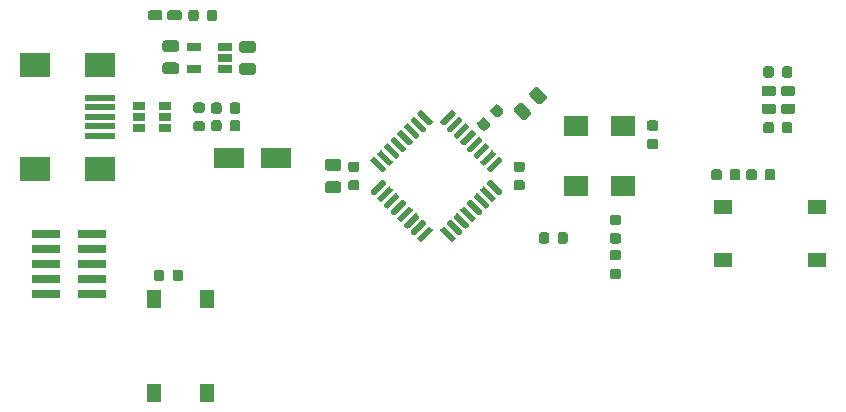
<source format=gbr>
G04 #@! TF.GenerationSoftware,KiCad,Pcbnew,5.1.5*
G04 #@! TF.CreationDate,2020-01-13T20:43:58-05:00*
G04 #@! TF.ProjectId,stm32f0_usb,73746d33-3266-4305-9f75-73622e6b6963,0*
G04 #@! TF.SameCoordinates,Original*
G04 #@! TF.FileFunction,Paste,Top*
G04 #@! TF.FilePolarity,Positive*
%FSLAX46Y46*%
G04 Gerber Fmt 4.6, Leading zero omitted, Abs format (unit mm)*
G04 Created by KiCad (PCBNEW 5.1.5) date 2020-01-13 20:43:58*
%MOMM*%
%LPD*%
G04 APERTURE LIST*
%ADD10C,0.100000*%
%ADD11R,2.000000X1.800000*%
%ADD12R,1.060000X0.650000*%
%ADD13R,1.220000X0.650000*%
%ADD14R,1.550000X1.300000*%
%ADD15R,1.300000X1.550000*%
%ADD16R,2.400000X0.740000*%
%ADD17R,2.500000X0.500000*%
%ADD18R,2.500000X2.000000*%
%ADD19R,2.500000X1.800000*%
G04 APERTURE END LIST*
D10*
G36*
X151527691Y-126276053D02*
G01*
X151548926Y-126279203D01*
X151569750Y-126284419D01*
X151589962Y-126291651D01*
X151609368Y-126300830D01*
X151627781Y-126311866D01*
X151645024Y-126324654D01*
X151660930Y-126339070D01*
X151675346Y-126354976D01*
X151688134Y-126372219D01*
X151699170Y-126390632D01*
X151708349Y-126410038D01*
X151715581Y-126430250D01*
X151720797Y-126451074D01*
X151723947Y-126472309D01*
X151725000Y-126493750D01*
X151725000Y-126931250D01*
X151723947Y-126952691D01*
X151720797Y-126973926D01*
X151715581Y-126994750D01*
X151708349Y-127014962D01*
X151699170Y-127034368D01*
X151688134Y-127052781D01*
X151675346Y-127070024D01*
X151660930Y-127085930D01*
X151645024Y-127100346D01*
X151627781Y-127113134D01*
X151609368Y-127124170D01*
X151589962Y-127133349D01*
X151569750Y-127140581D01*
X151548926Y-127145797D01*
X151527691Y-127148947D01*
X151506250Y-127150000D01*
X150993750Y-127150000D01*
X150972309Y-127148947D01*
X150951074Y-127145797D01*
X150930250Y-127140581D01*
X150910038Y-127133349D01*
X150890632Y-127124170D01*
X150872219Y-127113134D01*
X150854976Y-127100346D01*
X150839070Y-127085930D01*
X150824654Y-127070024D01*
X150811866Y-127052781D01*
X150800830Y-127034368D01*
X150791651Y-127014962D01*
X150784419Y-126994750D01*
X150779203Y-126973926D01*
X150776053Y-126952691D01*
X150775000Y-126931250D01*
X150775000Y-126493750D01*
X150776053Y-126472309D01*
X150779203Y-126451074D01*
X150784419Y-126430250D01*
X150791651Y-126410038D01*
X150800830Y-126390632D01*
X150811866Y-126372219D01*
X150824654Y-126354976D01*
X150839070Y-126339070D01*
X150854976Y-126324654D01*
X150872219Y-126311866D01*
X150890632Y-126300830D01*
X150910038Y-126291651D01*
X150930250Y-126284419D01*
X150951074Y-126279203D01*
X150972309Y-126276053D01*
X150993750Y-126275000D01*
X151506250Y-126275000D01*
X151527691Y-126276053D01*
G37*
G36*
X151527691Y-127851053D02*
G01*
X151548926Y-127854203D01*
X151569750Y-127859419D01*
X151589962Y-127866651D01*
X151609368Y-127875830D01*
X151627781Y-127886866D01*
X151645024Y-127899654D01*
X151660930Y-127914070D01*
X151675346Y-127929976D01*
X151688134Y-127947219D01*
X151699170Y-127965632D01*
X151708349Y-127985038D01*
X151715581Y-128005250D01*
X151720797Y-128026074D01*
X151723947Y-128047309D01*
X151725000Y-128068750D01*
X151725000Y-128506250D01*
X151723947Y-128527691D01*
X151720797Y-128548926D01*
X151715581Y-128569750D01*
X151708349Y-128589962D01*
X151699170Y-128609368D01*
X151688134Y-128627781D01*
X151675346Y-128645024D01*
X151660930Y-128660930D01*
X151645024Y-128675346D01*
X151627781Y-128688134D01*
X151609368Y-128699170D01*
X151589962Y-128708349D01*
X151569750Y-128715581D01*
X151548926Y-128720797D01*
X151527691Y-128723947D01*
X151506250Y-128725000D01*
X150993750Y-128725000D01*
X150972309Y-128723947D01*
X150951074Y-128720797D01*
X150930250Y-128715581D01*
X150910038Y-128708349D01*
X150890632Y-128699170D01*
X150872219Y-128688134D01*
X150854976Y-128675346D01*
X150839070Y-128660930D01*
X150824654Y-128645024D01*
X150811866Y-128627781D01*
X150800830Y-128609368D01*
X150791651Y-128589962D01*
X150784419Y-128569750D01*
X150779203Y-128548926D01*
X150776053Y-128527691D01*
X150775000Y-128506250D01*
X150775000Y-128068750D01*
X150776053Y-128047309D01*
X150779203Y-128026074D01*
X150784419Y-128005250D01*
X150791651Y-127985038D01*
X150800830Y-127965632D01*
X150811866Y-127947219D01*
X150824654Y-127929976D01*
X150839070Y-127914070D01*
X150854976Y-127899654D01*
X150872219Y-127886866D01*
X150890632Y-127875830D01*
X150910038Y-127866651D01*
X150930250Y-127859419D01*
X150951074Y-127854203D01*
X150972309Y-127851053D01*
X150993750Y-127850000D01*
X151506250Y-127850000D01*
X151527691Y-127851053D01*
G37*
G36*
X151527691Y-123276053D02*
G01*
X151548926Y-123279203D01*
X151569750Y-123284419D01*
X151589962Y-123291651D01*
X151609368Y-123300830D01*
X151627781Y-123311866D01*
X151645024Y-123324654D01*
X151660930Y-123339070D01*
X151675346Y-123354976D01*
X151688134Y-123372219D01*
X151699170Y-123390632D01*
X151708349Y-123410038D01*
X151715581Y-123430250D01*
X151720797Y-123451074D01*
X151723947Y-123472309D01*
X151725000Y-123493750D01*
X151725000Y-123931250D01*
X151723947Y-123952691D01*
X151720797Y-123973926D01*
X151715581Y-123994750D01*
X151708349Y-124014962D01*
X151699170Y-124034368D01*
X151688134Y-124052781D01*
X151675346Y-124070024D01*
X151660930Y-124085930D01*
X151645024Y-124100346D01*
X151627781Y-124113134D01*
X151609368Y-124124170D01*
X151589962Y-124133349D01*
X151569750Y-124140581D01*
X151548926Y-124145797D01*
X151527691Y-124148947D01*
X151506250Y-124150000D01*
X150993750Y-124150000D01*
X150972309Y-124148947D01*
X150951074Y-124145797D01*
X150930250Y-124140581D01*
X150910038Y-124133349D01*
X150890632Y-124124170D01*
X150872219Y-124113134D01*
X150854976Y-124100346D01*
X150839070Y-124085930D01*
X150824654Y-124070024D01*
X150811866Y-124052781D01*
X150800830Y-124034368D01*
X150791651Y-124014962D01*
X150784419Y-123994750D01*
X150779203Y-123973926D01*
X150776053Y-123952691D01*
X150775000Y-123931250D01*
X150775000Y-123493750D01*
X150776053Y-123472309D01*
X150779203Y-123451074D01*
X150784419Y-123430250D01*
X150791651Y-123410038D01*
X150800830Y-123390632D01*
X150811866Y-123372219D01*
X150824654Y-123354976D01*
X150839070Y-123339070D01*
X150854976Y-123324654D01*
X150872219Y-123311866D01*
X150890632Y-123300830D01*
X150910038Y-123291651D01*
X150930250Y-123284419D01*
X150951074Y-123279203D01*
X150972309Y-123276053D01*
X150993750Y-123275000D01*
X151506250Y-123275000D01*
X151527691Y-123276053D01*
G37*
G36*
X151527691Y-124851053D02*
G01*
X151548926Y-124854203D01*
X151569750Y-124859419D01*
X151589962Y-124866651D01*
X151609368Y-124875830D01*
X151627781Y-124886866D01*
X151645024Y-124899654D01*
X151660930Y-124914070D01*
X151675346Y-124929976D01*
X151688134Y-124947219D01*
X151699170Y-124965632D01*
X151708349Y-124985038D01*
X151715581Y-125005250D01*
X151720797Y-125026074D01*
X151723947Y-125047309D01*
X151725000Y-125068750D01*
X151725000Y-125506250D01*
X151723947Y-125527691D01*
X151720797Y-125548926D01*
X151715581Y-125569750D01*
X151708349Y-125589962D01*
X151699170Y-125609368D01*
X151688134Y-125627781D01*
X151675346Y-125645024D01*
X151660930Y-125660930D01*
X151645024Y-125675346D01*
X151627781Y-125688134D01*
X151609368Y-125699170D01*
X151589962Y-125708349D01*
X151569750Y-125715581D01*
X151548926Y-125720797D01*
X151527691Y-125723947D01*
X151506250Y-125725000D01*
X150993750Y-125725000D01*
X150972309Y-125723947D01*
X150951074Y-125720797D01*
X150930250Y-125715581D01*
X150910038Y-125708349D01*
X150890632Y-125699170D01*
X150872219Y-125688134D01*
X150854976Y-125675346D01*
X150839070Y-125660930D01*
X150824654Y-125645024D01*
X150811866Y-125627781D01*
X150800830Y-125609368D01*
X150791651Y-125589962D01*
X150784419Y-125569750D01*
X150779203Y-125548926D01*
X150776053Y-125527691D01*
X150775000Y-125506250D01*
X150775000Y-125068750D01*
X150776053Y-125047309D01*
X150779203Y-125026074D01*
X150784419Y-125005250D01*
X150791651Y-124985038D01*
X150800830Y-124965632D01*
X150811866Y-124947219D01*
X150824654Y-124929976D01*
X150839070Y-124914070D01*
X150854976Y-124899654D01*
X150872219Y-124886866D01*
X150890632Y-124875830D01*
X150910038Y-124866651D01*
X150930250Y-124859419D01*
X150951074Y-124854203D01*
X150972309Y-124851053D01*
X150993750Y-124850000D01*
X151506250Y-124850000D01*
X151527691Y-124851053D01*
G37*
G36*
X164658329Y-112376023D02*
G01*
X164678957Y-112379083D01*
X164699185Y-112384150D01*
X164718820Y-112391176D01*
X164737672Y-112400092D01*
X164755559Y-112410813D01*
X164772309Y-112423235D01*
X164787760Y-112437240D01*
X164801765Y-112452691D01*
X164814187Y-112469441D01*
X164824908Y-112487328D01*
X164833824Y-112506180D01*
X164840850Y-112525815D01*
X164845917Y-112546043D01*
X164848977Y-112566671D01*
X164850000Y-112587500D01*
X164850000Y-113012500D01*
X164848977Y-113033329D01*
X164845917Y-113053957D01*
X164840850Y-113074185D01*
X164833824Y-113093820D01*
X164824908Y-113112672D01*
X164814187Y-113130559D01*
X164801765Y-113147309D01*
X164787760Y-113162760D01*
X164772309Y-113176765D01*
X164755559Y-113189187D01*
X164737672Y-113199908D01*
X164718820Y-113208824D01*
X164699185Y-113215850D01*
X164678957Y-113220917D01*
X164658329Y-113223977D01*
X164637500Y-113225000D01*
X163837500Y-113225000D01*
X163816671Y-113223977D01*
X163796043Y-113220917D01*
X163775815Y-113215850D01*
X163756180Y-113208824D01*
X163737328Y-113199908D01*
X163719441Y-113189187D01*
X163702691Y-113176765D01*
X163687240Y-113162760D01*
X163673235Y-113147309D01*
X163660813Y-113130559D01*
X163650092Y-113112672D01*
X163641176Y-113093820D01*
X163634150Y-113074185D01*
X163629083Y-113053957D01*
X163626023Y-113033329D01*
X163625000Y-113012500D01*
X163625000Y-112587500D01*
X163626023Y-112566671D01*
X163629083Y-112546043D01*
X163634150Y-112525815D01*
X163641176Y-112506180D01*
X163650092Y-112487328D01*
X163660813Y-112469441D01*
X163673235Y-112452691D01*
X163687240Y-112437240D01*
X163702691Y-112423235D01*
X163719441Y-112410813D01*
X163737328Y-112400092D01*
X163756180Y-112391176D01*
X163775815Y-112384150D01*
X163796043Y-112379083D01*
X163816671Y-112376023D01*
X163837500Y-112375000D01*
X164637500Y-112375000D01*
X164658329Y-112376023D01*
G37*
G36*
X166283329Y-112376023D02*
G01*
X166303957Y-112379083D01*
X166324185Y-112384150D01*
X166343820Y-112391176D01*
X166362672Y-112400092D01*
X166380559Y-112410813D01*
X166397309Y-112423235D01*
X166412760Y-112437240D01*
X166426765Y-112452691D01*
X166439187Y-112469441D01*
X166449908Y-112487328D01*
X166458824Y-112506180D01*
X166465850Y-112525815D01*
X166470917Y-112546043D01*
X166473977Y-112566671D01*
X166475000Y-112587500D01*
X166475000Y-113012500D01*
X166473977Y-113033329D01*
X166470917Y-113053957D01*
X166465850Y-113074185D01*
X166458824Y-113093820D01*
X166449908Y-113112672D01*
X166439187Y-113130559D01*
X166426765Y-113147309D01*
X166412760Y-113162760D01*
X166397309Y-113176765D01*
X166380559Y-113189187D01*
X166362672Y-113199908D01*
X166343820Y-113208824D01*
X166324185Y-113215850D01*
X166303957Y-113220917D01*
X166283329Y-113223977D01*
X166262500Y-113225000D01*
X165462500Y-113225000D01*
X165441671Y-113223977D01*
X165421043Y-113220917D01*
X165400815Y-113215850D01*
X165381180Y-113208824D01*
X165362328Y-113199908D01*
X165344441Y-113189187D01*
X165327691Y-113176765D01*
X165312240Y-113162760D01*
X165298235Y-113147309D01*
X165285813Y-113130559D01*
X165275092Y-113112672D01*
X165266176Y-113093820D01*
X165259150Y-113074185D01*
X165254083Y-113053957D01*
X165251023Y-113033329D01*
X165250000Y-113012500D01*
X165250000Y-112587500D01*
X165251023Y-112566671D01*
X165254083Y-112546043D01*
X165259150Y-112525815D01*
X165266176Y-112506180D01*
X165275092Y-112487328D01*
X165285813Y-112469441D01*
X165298235Y-112452691D01*
X165312240Y-112437240D01*
X165327691Y-112423235D01*
X165344441Y-112410813D01*
X165362328Y-112400092D01*
X165381180Y-112391176D01*
X165400815Y-112384150D01*
X165421043Y-112379083D01*
X165441671Y-112376023D01*
X165462500Y-112375000D01*
X166262500Y-112375000D01*
X166283329Y-112376023D01*
G37*
G36*
X164658329Y-113876023D02*
G01*
X164678957Y-113879083D01*
X164699185Y-113884150D01*
X164718820Y-113891176D01*
X164737672Y-113900092D01*
X164755559Y-113910813D01*
X164772309Y-113923235D01*
X164787760Y-113937240D01*
X164801765Y-113952691D01*
X164814187Y-113969441D01*
X164824908Y-113987328D01*
X164833824Y-114006180D01*
X164840850Y-114025815D01*
X164845917Y-114046043D01*
X164848977Y-114066671D01*
X164850000Y-114087500D01*
X164850000Y-114512500D01*
X164848977Y-114533329D01*
X164845917Y-114553957D01*
X164840850Y-114574185D01*
X164833824Y-114593820D01*
X164824908Y-114612672D01*
X164814187Y-114630559D01*
X164801765Y-114647309D01*
X164787760Y-114662760D01*
X164772309Y-114676765D01*
X164755559Y-114689187D01*
X164737672Y-114699908D01*
X164718820Y-114708824D01*
X164699185Y-114715850D01*
X164678957Y-114720917D01*
X164658329Y-114723977D01*
X164637500Y-114725000D01*
X163837500Y-114725000D01*
X163816671Y-114723977D01*
X163796043Y-114720917D01*
X163775815Y-114715850D01*
X163756180Y-114708824D01*
X163737328Y-114699908D01*
X163719441Y-114689187D01*
X163702691Y-114676765D01*
X163687240Y-114662760D01*
X163673235Y-114647309D01*
X163660813Y-114630559D01*
X163650092Y-114612672D01*
X163641176Y-114593820D01*
X163634150Y-114574185D01*
X163629083Y-114553957D01*
X163626023Y-114533329D01*
X163625000Y-114512500D01*
X163625000Y-114087500D01*
X163626023Y-114066671D01*
X163629083Y-114046043D01*
X163634150Y-114025815D01*
X163641176Y-114006180D01*
X163650092Y-113987328D01*
X163660813Y-113969441D01*
X163673235Y-113952691D01*
X163687240Y-113937240D01*
X163702691Y-113923235D01*
X163719441Y-113910813D01*
X163737328Y-113900092D01*
X163756180Y-113891176D01*
X163775815Y-113884150D01*
X163796043Y-113879083D01*
X163816671Y-113876023D01*
X163837500Y-113875000D01*
X164637500Y-113875000D01*
X164658329Y-113876023D01*
G37*
G36*
X166283329Y-113876023D02*
G01*
X166303957Y-113879083D01*
X166324185Y-113884150D01*
X166343820Y-113891176D01*
X166362672Y-113900092D01*
X166380559Y-113910813D01*
X166397309Y-113923235D01*
X166412760Y-113937240D01*
X166426765Y-113952691D01*
X166439187Y-113969441D01*
X166449908Y-113987328D01*
X166458824Y-114006180D01*
X166465850Y-114025815D01*
X166470917Y-114046043D01*
X166473977Y-114066671D01*
X166475000Y-114087500D01*
X166475000Y-114512500D01*
X166473977Y-114533329D01*
X166470917Y-114553957D01*
X166465850Y-114574185D01*
X166458824Y-114593820D01*
X166449908Y-114612672D01*
X166439187Y-114630559D01*
X166426765Y-114647309D01*
X166412760Y-114662760D01*
X166397309Y-114676765D01*
X166380559Y-114689187D01*
X166362672Y-114699908D01*
X166343820Y-114708824D01*
X166324185Y-114715850D01*
X166303957Y-114720917D01*
X166283329Y-114723977D01*
X166262500Y-114725000D01*
X165462500Y-114725000D01*
X165441671Y-114723977D01*
X165421043Y-114720917D01*
X165400815Y-114715850D01*
X165381180Y-114708824D01*
X165362328Y-114699908D01*
X165344441Y-114689187D01*
X165327691Y-114676765D01*
X165312240Y-114662760D01*
X165298235Y-114647309D01*
X165285813Y-114630559D01*
X165275092Y-114612672D01*
X165266176Y-114593820D01*
X165259150Y-114574185D01*
X165254083Y-114553957D01*
X165251023Y-114533329D01*
X165250000Y-114512500D01*
X165250000Y-114087500D01*
X165251023Y-114066671D01*
X165254083Y-114046043D01*
X165259150Y-114025815D01*
X165266176Y-114006180D01*
X165275092Y-113987328D01*
X165285813Y-113969441D01*
X165298235Y-113952691D01*
X165312240Y-113937240D01*
X165327691Y-113923235D01*
X165344441Y-113910813D01*
X165362328Y-113900092D01*
X165381180Y-113891176D01*
X165400815Y-113884150D01*
X165421043Y-113879083D01*
X165441671Y-113876023D01*
X165462500Y-113875000D01*
X166262500Y-113875000D01*
X166283329Y-113876023D01*
G37*
G36*
X164452691Y-110726053D02*
G01*
X164473926Y-110729203D01*
X164494750Y-110734419D01*
X164514962Y-110741651D01*
X164534368Y-110750830D01*
X164552781Y-110761866D01*
X164570024Y-110774654D01*
X164585930Y-110789070D01*
X164600346Y-110804976D01*
X164613134Y-110822219D01*
X164624170Y-110840632D01*
X164633349Y-110860038D01*
X164640581Y-110880250D01*
X164645797Y-110901074D01*
X164648947Y-110922309D01*
X164650000Y-110943750D01*
X164650000Y-111456250D01*
X164648947Y-111477691D01*
X164645797Y-111498926D01*
X164640581Y-111519750D01*
X164633349Y-111539962D01*
X164624170Y-111559368D01*
X164613134Y-111577781D01*
X164600346Y-111595024D01*
X164585930Y-111610930D01*
X164570024Y-111625346D01*
X164552781Y-111638134D01*
X164534368Y-111649170D01*
X164514962Y-111658349D01*
X164494750Y-111665581D01*
X164473926Y-111670797D01*
X164452691Y-111673947D01*
X164431250Y-111675000D01*
X163993750Y-111675000D01*
X163972309Y-111673947D01*
X163951074Y-111670797D01*
X163930250Y-111665581D01*
X163910038Y-111658349D01*
X163890632Y-111649170D01*
X163872219Y-111638134D01*
X163854976Y-111625346D01*
X163839070Y-111610930D01*
X163824654Y-111595024D01*
X163811866Y-111577781D01*
X163800830Y-111559368D01*
X163791651Y-111539962D01*
X163784419Y-111519750D01*
X163779203Y-111498926D01*
X163776053Y-111477691D01*
X163775000Y-111456250D01*
X163775000Y-110943750D01*
X163776053Y-110922309D01*
X163779203Y-110901074D01*
X163784419Y-110880250D01*
X163791651Y-110860038D01*
X163800830Y-110840632D01*
X163811866Y-110822219D01*
X163824654Y-110804976D01*
X163839070Y-110789070D01*
X163854976Y-110774654D01*
X163872219Y-110761866D01*
X163890632Y-110750830D01*
X163910038Y-110741651D01*
X163930250Y-110734419D01*
X163951074Y-110729203D01*
X163972309Y-110726053D01*
X163993750Y-110725000D01*
X164431250Y-110725000D01*
X164452691Y-110726053D01*
G37*
G36*
X166027691Y-110726053D02*
G01*
X166048926Y-110729203D01*
X166069750Y-110734419D01*
X166089962Y-110741651D01*
X166109368Y-110750830D01*
X166127781Y-110761866D01*
X166145024Y-110774654D01*
X166160930Y-110789070D01*
X166175346Y-110804976D01*
X166188134Y-110822219D01*
X166199170Y-110840632D01*
X166208349Y-110860038D01*
X166215581Y-110880250D01*
X166220797Y-110901074D01*
X166223947Y-110922309D01*
X166225000Y-110943750D01*
X166225000Y-111456250D01*
X166223947Y-111477691D01*
X166220797Y-111498926D01*
X166215581Y-111519750D01*
X166208349Y-111539962D01*
X166199170Y-111559368D01*
X166188134Y-111577781D01*
X166175346Y-111595024D01*
X166160930Y-111610930D01*
X166145024Y-111625346D01*
X166127781Y-111638134D01*
X166109368Y-111649170D01*
X166089962Y-111658349D01*
X166069750Y-111665581D01*
X166048926Y-111670797D01*
X166027691Y-111673947D01*
X166006250Y-111675000D01*
X165568750Y-111675000D01*
X165547309Y-111673947D01*
X165526074Y-111670797D01*
X165505250Y-111665581D01*
X165485038Y-111658349D01*
X165465632Y-111649170D01*
X165447219Y-111638134D01*
X165429976Y-111625346D01*
X165414070Y-111610930D01*
X165399654Y-111595024D01*
X165386866Y-111577781D01*
X165375830Y-111559368D01*
X165366651Y-111539962D01*
X165359419Y-111519750D01*
X165354203Y-111498926D01*
X165351053Y-111477691D01*
X165350000Y-111456250D01*
X165350000Y-110943750D01*
X165351053Y-110922309D01*
X165354203Y-110901074D01*
X165359419Y-110880250D01*
X165366651Y-110860038D01*
X165375830Y-110840632D01*
X165386866Y-110822219D01*
X165399654Y-110804976D01*
X165414070Y-110789070D01*
X165429976Y-110774654D01*
X165447219Y-110761866D01*
X165465632Y-110750830D01*
X165485038Y-110741651D01*
X165505250Y-110734419D01*
X165526074Y-110729203D01*
X165547309Y-110726053D01*
X165568750Y-110725000D01*
X166006250Y-110725000D01*
X166027691Y-110726053D01*
G37*
G36*
X164452691Y-115426053D02*
G01*
X164473926Y-115429203D01*
X164494750Y-115434419D01*
X164514962Y-115441651D01*
X164534368Y-115450830D01*
X164552781Y-115461866D01*
X164570024Y-115474654D01*
X164585930Y-115489070D01*
X164600346Y-115504976D01*
X164613134Y-115522219D01*
X164624170Y-115540632D01*
X164633349Y-115560038D01*
X164640581Y-115580250D01*
X164645797Y-115601074D01*
X164648947Y-115622309D01*
X164650000Y-115643750D01*
X164650000Y-116156250D01*
X164648947Y-116177691D01*
X164645797Y-116198926D01*
X164640581Y-116219750D01*
X164633349Y-116239962D01*
X164624170Y-116259368D01*
X164613134Y-116277781D01*
X164600346Y-116295024D01*
X164585930Y-116310930D01*
X164570024Y-116325346D01*
X164552781Y-116338134D01*
X164534368Y-116349170D01*
X164514962Y-116358349D01*
X164494750Y-116365581D01*
X164473926Y-116370797D01*
X164452691Y-116373947D01*
X164431250Y-116375000D01*
X163993750Y-116375000D01*
X163972309Y-116373947D01*
X163951074Y-116370797D01*
X163930250Y-116365581D01*
X163910038Y-116358349D01*
X163890632Y-116349170D01*
X163872219Y-116338134D01*
X163854976Y-116325346D01*
X163839070Y-116310930D01*
X163824654Y-116295024D01*
X163811866Y-116277781D01*
X163800830Y-116259368D01*
X163791651Y-116239962D01*
X163784419Y-116219750D01*
X163779203Y-116198926D01*
X163776053Y-116177691D01*
X163775000Y-116156250D01*
X163775000Y-115643750D01*
X163776053Y-115622309D01*
X163779203Y-115601074D01*
X163784419Y-115580250D01*
X163791651Y-115560038D01*
X163800830Y-115540632D01*
X163811866Y-115522219D01*
X163824654Y-115504976D01*
X163839070Y-115489070D01*
X163854976Y-115474654D01*
X163872219Y-115461866D01*
X163890632Y-115450830D01*
X163910038Y-115441651D01*
X163930250Y-115434419D01*
X163951074Y-115429203D01*
X163972309Y-115426053D01*
X163993750Y-115425000D01*
X164431250Y-115425000D01*
X164452691Y-115426053D01*
G37*
G36*
X166027691Y-115426053D02*
G01*
X166048926Y-115429203D01*
X166069750Y-115434419D01*
X166089962Y-115441651D01*
X166109368Y-115450830D01*
X166127781Y-115461866D01*
X166145024Y-115474654D01*
X166160930Y-115489070D01*
X166175346Y-115504976D01*
X166188134Y-115522219D01*
X166199170Y-115540632D01*
X166208349Y-115560038D01*
X166215581Y-115580250D01*
X166220797Y-115601074D01*
X166223947Y-115622309D01*
X166225000Y-115643750D01*
X166225000Y-116156250D01*
X166223947Y-116177691D01*
X166220797Y-116198926D01*
X166215581Y-116219750D01*
X166208349Y-116239962D01*
X166199170Y-116259368D01*
X166188134Y-116277781D01*
X166175346Y-116295024D01*
X166160930Y-116310930D01*
X166145024Y-116325346D01*
X166127781Y-116338134D01*
X166109368Y-116349170D01*
X166089962Y-116358349D01*
X166069750Y-116365581D01*
X166048926Y-116370797D01*
X166027691Y-116373947D01*
X166006250Y-116375000D01*
X165568750Y-116375000D01*
X165547309Y-116373947D01*
X165526074Y-116370797D01*
X165505250Y-116365581D01*
X165485038Y-116358349D01*
X165465632Y-116349170D01*
X165447219Y-116338134D01*
X165429976Y-116325346D01*
X165414070Y-116310930D01*
X165399654Y-116295024D01*
X165386866Y-116277781D01*
X165375830Y-116259368D01*
X165366651Y-116239962D01*
X165359419Y-116219750D01*
X165354203Y-116198926D01*
X165351053Y-116177691D01*
X165350000Y-116156250D01*
X165350000Y-115643750D01*
X165351053Y-115622309D01*
X165354203Y-115601074D01*
X165359419Y-115580250D01*
X165366651Y-115560038D01*
X165375830Y-115540632D01*
X165386866Y-115522219D01*
X165399654Y-115504976D01*
X165414070Y-115489070D01*
X165429976Y-115474654D01*
X165447219Y-115461866D01*
X165465632Y-115450830D01*
X165485038Y-115441651D01*
X165505250Y-115434419D01*
X165526074Y-115429203D01*
X165547309Y-115426053D01*
X165568750Y-115425000D01*
X166006250Y-115425000D01*
X166027691Y-115426053D01*
G37*
G36*
X112708329Y-105976023D02*
G01*
X112728957Y-105979083D01*
X112749185Y-105984150D01*
X112768820Y-105991176D01*
X112787672Y-106000092D01*
X112805559Y-106010813D01*
X112822309Y-106023235D01*
X112837760Y-106037240D01*
X112851765Y-106052691D01*
X112864187Y-106069441D01*
X112874908Y-106087328D01*
X112883824Y-106106180D01*
X112890850Y-106125815D01*
X112895917Y-106146043D01*
X112898977Y-106166671D01*
X112900000Y-106187500D01*
X112900000Y-106612500D01*
X112898977Y-106633329D01*
X112895917Y-106653957D01*
X112890850Y-106674185D01*
X112883824Y-106693820D01*
X112874908Y-106712672D01*
X112864187Y-106730559D01*
X112851765Y-106747309D01*
X112837760Y-106762760D01*
X112822309Y-106776765D01*
X112805559Y-106789187D01*
X112787672Y-106799908D01*
X112768820Y-106808824D01*
X112749185Y-106815850D01*
X112728957Y-106820917D01*
X112708329Y-106823977D01*
X112687500Y-106825000D01*
X111887500Y-106825000D01*
X111866671Y-106823977D01*
X111846043Y-106820917D01*
X111825815Y-106815850D01*
X111806180Y-106808824D01*
X111787328Y-106799908D01*
X111769441Y-106789187D01*
X111752691Y-106776765D01*
X111737240Y-106762760D01*
X111723235Y-106747309D01*
X111710813Y-106730559D01*
X111700092Y-106712672D01*
X111691176Y-106693820D01*
X111684150Y-106674185D01*
X111679083Y-106653957D01*
X111676023Y-106633329D01*
X111675000Y-106612500D01*
X111675000Y-106187500D01*
X111676023Y-106166671D01*
X111679083Y-106146043D01*
X111684150Y-106125815D01*
X111691176Y-106106180D01*
X111700092Y-106087328D01*
X111710813Y-106069441D01*
X111723235Y-106052691D01*
X111737240Y-106037240D01*
X111752691Y-106023235D01*
X111769441Y-106010813D01*
X111787328Y-106000092D01*
X111806180Y-105991176D01*
X111825815Y-105984150D01*
X111846043Y-105979083D01*
X111866671Y-105976023D01*
X111887500Y-105975000D01*
X112687500Y-105975000D01*
X112708329Y-105976023D01*
G37*
G36*
X114333329Y-105976023D02*
G01*
X114353957Y-105979083D01*
X114374185Y-105984150D01*
X114393820Y-105991176D01*
X114412672Y-106000092D01*
X114430559Y-106010813D01*
X114447309Y-106023235D01*
X114462760Y-106037240D01*
X114476765Y-106052691D01*
X114489187Y-106069441D01*
X114499908Y-106087328D01*
X114508824Y-106106180D01*
X114515850Y-106125815D01*
X114520917Y-106146043D01*
X114523977Y-106166671D01*
X114525000Y-106187500D01*
X114525000Y-106612500D01*
X114523977Y-106633329D01*
X114520917Y-106653957D01*
X114515850Y-106674185D01*
X114508824Y-106693820D01*
X114499908Y-106712672D01*
X114489187Y-106730559D01*
X114476765Y-106747309D01*
X114462760Y-106762760D01*
X114447309Y-106776765D01*
X114430559Y-106789187D01*
X114412672Y-106799908D01*
X114393820Y-106808824D01*
X114374185Y-106815850D01*
X114353957Y-106820917D01*
X114333329Y-106823977D01*
X114312500Y-106825000D01*
X113512500Y-106825000D01*
X113491671Y-106823977D01*
X113471043Y-106820917D01*
X113450815Y-106815850D01*
X113431180Y-106808824D01*
X113412328Y-106799908D01*
X113394441Y-106789187D01*
X113377691Y-106776765D01*
X113362240Y-106762760D01*
X113348235Y-106747309D01*
X113335813Y-106730559D01*
X113325092Y-106712672D01*
X113316176Y-106693820D01*
X113309150Y-106674185D01*
X113304083Y-106653957D01*
X113301023Y-106633329D01*
X113300000Y-106612500D01*
X113300000Y-106187500D01*
X113301023Y-106166671D01*
X113304083Y-106146043D01*
X113309150Y-106125815D01*
X113316176Y-106106180D01*
X113325092Y-106087328D01*
X113335813Y-106069441D01*
X113348235Y-106052691D01*
X113362240Y-106037240D01*
X113377691Y-106023235D01*
X113394441Y-106010813D01*
X113412328Y-106000092D01*
X113431180Y-105991176D01*
X113450815Y-105984150D01*
X113471043Y-105979083D01*
X113491671Y-105976023D01*
X113512500Y-105975000D01*
X114312500Y-105975000D01*
X114333329Y-105976023D01*
G37*
G36*
X117340191Y-105926053D02*
G01*
X117361426Y-105929203D01*
X117382250Y-105934419D01*
X117402462Y-105941651D01*
X117421868Y-105950830D01*
X117440281Y-105961866D01*
X117457524Y-105974654D01*
X117473430Y-105989070D01*
X117487846Y-106004976D01*
X117500634Y-106022219D01*
X117511670Y-106040632D01*
X117520849Y-106060038D01*
X117528081Y-106080250D01*
X117533297Y-106101074D01*
X117536447Y-106122309D01*
X117537500Y-106143750D01*
X117537500Y-106656250D01*
X117536447Y-106677691D01*
X117533297Y-106698926D01*
X117528081Y-106719750D01*
X117520849Y-106739962D01*
X117511670Y-106759368D01*
X117500634Y-106777781D01*
X117487846Y-106795024D01*
X117473430Y-106810930D01*
X117457524Y-106825346D01*
X117440281Y-106838134D01*
X117421868Y-106849170D01*
X117402462Y-106858349D01*
X117382250Y-106865581D01*
X117361426Y-106870797D01*
X117340191Y-106873947D01*
X117318750Y-106875000D01*
X116881250Y-106875000D01*
X116859809Y-106873947D01*
X116838574Y-106870797D01*
X116817750Y-106865581D01*
X116797538Y-106858349D01*
X116778132Y-106849170D01*
X116759719Y-106838134D01*
X116742476Y-106825346D01*
X116726570Y-106810930D01*
X116712154Y-106795024D01*
X116699366Y-106777781D01*
X116688330Y-106759368D01*
X116679151Y-106739962D01*
X116671919Y-106719750D01*
X116666703Y-106698926D01*
X116663553Y-106677691D01*
X116662500Y-106656250D01*
X116662500Y-106143750D01*
X116663553Y-106122309D01*
X116666703Y-106101074D01*
X116671919Y-106080250D01*
X116679151Y-106060038D01*
X116688330Y-106040632D01*
X116699366Y-106022219D01*
X116712154Y-106004976D01*
X116726570Y-105989070D01*
X116742476Y-105974654D01*
X116759719Y-105961866D01*
X116778132Y-105950830D01*
X116797538Y-105941651D01*
X116817750Y-105934419D01*
X116838574Y-105929203D01*
X116859809Y-105926053D01*
X116881250Y-105925000D01*
X117318750Y-105925000D01*
X117340191Y-105926053D01*
G37*
G36*
X115765191Y-105926053D02*
G01*
X115786426Y-105929203D01*
X115807250Y-105934419D01*
X115827462Y-105941651D01*
X115846868Y-105950830D01*
X115865281Y-105961866D01*
X115882524Y-105974654D01*
X115898430Y-105989070D01*
X115912846Y-106004976D01*
X115925634Y-106022219D01*
X115936670Y-106040632D01*
X115945849Y-106060038D01*
X115953081Y-106080250D01*
X115958297Y-106101074D01*
X115961447Y-106122309D01*
X115962500Y-106143750D01*
X115962500Y-106656250D01*
X115961447Y-106677691D01*
X115958297Y-106698926D01*
X115953081Y-106719750D01*
X115945849Y-106739962D01*
X115936670Y-106759368D01*
X115925634Y-106777781D01*
X115912846Y-106795024D01*
X115898430Y-106810930D01*
X115882524Y-106825346D01*
X115865281Y-106838134D01*
X115846868Y-106849170D01*
X115827462Y-106858349D01*
X115807250Y-106865581D01*
X115786426Y-106870797D01*
X115765191Y-106873947D01*
X115743750Y-106875000D01*
X115306250Y-106875000D01*
X115284809Y-106873947D01*
X115263574Y-106870797D01*
X115242750Y-106865581D01*
X115222538Y-106858349D01*
X115203132Y-106849170D01*
X115184719Y-106838134D01*
X115167476Y-106825346D01*
X115151570Y-106810930D01*
X115137154Y-106795024D01*
X115124366Y-106777781D01*
X115113330Y-106759368D01*
X115104151Y-106739962D01*
X115096919Y-106719750D01*
X115091703Y-106698926D01*
X115088553Y-106677691D01*
X115087500Y-106656250D01*
X115087500Y-106143750D01*
X115088553Y-106122309D01*
X115091703Y-106101074D01*
X115096919Y-106080250D01*
X115104151Y-106060038D01*
X115113330Y-106040632D01*
X115124366Y-106022219D01*
X115137154Y-106004976D01*
X115151570Y-105989070D01*
X115167476Y-105974654D01*
X115184719Y-105961866D01*
X115203132Y-105950830D01*
X115222538Y-105941651D01*
X115242750Y-105934419D01*
X115263574Y-105929203D01*
X115284809Y-105926053D01*
X115306250Y-105925000D01*
X115743750Y-105925000D01*
X115765191Y-105926053D01*
G37*
G36*
X154677691Y-115288553D02*
G01*
X154698926Y-115291703D01*
X154719750Y-115296919D01*
X154739962Y-115304151D01*
X154759368Y-115313330D01*
X154777781Y-115324366D01*
X154795024Y-115337154D01*
X154810930Y-115351570D01*
X154825346Y-115367476D01*
X154838134Y-115384719D01*
X154849170Y-115403132D01*
X154858349Y-115422538D01*
X154865581Y-115442750D01*
X154870797Y-115463574D01*
X154873947Y-115484809D01*
X154875000Y-115506250D01*
X154875000Y-115943750D01*
X154873947Y-115965191D01*
X154870797Y-115986426D01*
X154865581Y-116007250D01*
X154858349Y-116027462D01*
X154849170Y-116046868D01*
X154838134Y-116065281D01*
X154825346Y-116082524D01*
X154810930Y-116098430D01*
X154795024Y-116112846D01*
X154777781Y-116125634D01*
X154759368Y-116136670D01*
X154739962Y-116145849D01*
X154719750Y-116153081D01*
X154698926Y-116158297D01*
X154677691Y-116161447D01*
X154656250Y-116162500D01*
X154143750Y-116162500D01*
X154122309Y-116161447D01*
X154101074Y-116158297D01*
X154080250Y-116153081D01*
X154060038Y-116145849D01*
X154040632Y-116136670D01*
X154022219Y-116125634D01*
X154004976Y-116112846D01*
X153989070Y-116098430D01*
X153974654Y-116082524D01*
X153961866Y-116065281D01*
X153950830Y-116046868D01*
X153941651Y-116027462D01*
X153934419Y-116007250D01*
X153929203Y-115986426D01*
X153926053Y-115965191D01*
X153925000Y-115943750D01*
X153925000Y-115506250D01*
X153926053Y-115484809D01*
X153929203Y-115463574D01*
X153934419Y-115442750D01*
X153941651Y-115422538D01*
X153950830Y-115403132D01*
X153961866Y-115384719D01*
X153974654Y-115367476D01*
X153989070Y-115351570D01*
X154004976Y-115337154D01*
X154022219Y-115324366D01*
X154040632Y-115313330D01*
X154060038Y-115304151D01*
X154080250Y-115296919D01*
X154101074Y-115291703D01*
X154122309Y-115288553D01*
X154143750Y-115287500D01*
X154656250Y-115287500D01*
X154677691Y-115288553D01*
G37*
G36*
X154677691Y-116863553D02*
G01*
X154698926Y-116866703D01*
X154719750Y-116871919D01*
X154739962Y-116879151D01*
X154759368Y-116888330D01*
X154777781Y-116899366D01*
X154795024Y-116912154D01*
X154810930Y-116926570D01*
X154825346Y-116942476D01*
X154838134Y-116959719D01*
X154849170Y-116978132D01*
X154858349Y-116997538D01*
X154865581Y-117017750D01*
X154870797Y-117038574D01*
X154873947Y-117059809D01*
X154875000Y-117081250D01*
X154875000Y-117518750D01*
X154873947Y-117540191D01*
X154870797Y-117561426D01*
X154865581Y-117582250D01*
X154858349Y-117602462D01*
X154849170Y-117621868D01*
X154838134Y-117640281D01*
X154825346Y-117657524D01*
X154810930Y-117673430D01*
X154795024Y-117687846D01*
X154777781Y-117700634D01*
X154759368Y-117711670D01*
X154739962Y-117720849D01*
X154719750Y-117728081D01*
X154698926Y-117733297D01*
X154677691Y-117736447D01*
X154656250Y-117737500D01*
X154143750Y-117737500D01*
X154122309Y-117736447D01*
X154101074Y-117733297D01*
X154080250Y-117728081D01*
X154060038Y-117720849D01*
X154040632Y-117711670D01*
X154022219Y-117700634D01*
X154004976Y-117687846D01*
X153989070Y-117673430D01*
X153974654Y-117657524D01*
X153961866Y-117640281D01*
X153950830Y-117621868D01*
X153941651Y-117602462D01*
X153934419Y-117582250D01*
X153929203Y-117561426D01*
X153926053Y-117540191D01*
X153925000Y-117518750D01*
X153925000Y-117081250D01*
X153926053Y-117059809D01*
X153929203Y-117038574D01*
X153934419Y-117017750D01*
X153941651Y-116997538D01*
X153950830Y-116978132D01*
X153961866Y-116959719D01*
X153974654Y-116942476D01*
X153989070Y-116926570D01*
X154004976Y-116912154D01*
X154022219Y-116899366D01*
X154040632Y-116888330D01*
X154060038Y-116879151D01*
X154080250Y-116871919D01*
X154101074Y-116866703D01*
X154122309Y-116863553D01*
X154143750Y-116862500D01*
X154656250Y-116862500D01*
X154677691Y-116863553D01*
G37*
D11*
X147900000Y-120840000D03*
X147900000Y-115760000D03*
X151900000Y-115760000D03*
X151900000Y-120840000D03*
D10*
G36*
X140690769Y-120317544D02*
G01*
X140702903Y-120319344D01*
X140714803Y-120322324D01*
X140726352Y-120326457D01*
X140737442Y-120331702D01*
X140747963Y-120338008D01*
X140757816Y-120345316D01*
X140766905Y-120353554D01*
X141650788Y-121237437D01*
X141659026Y-121246526D01*
X141666334Y-121256379D01*
X141672640Y-121266900D01*
X141677885Y-121277990D01*
X141682018Y-121289539D01*
X141684998Y-121301439D01*
X141686798Y-121313573D01*
X141687400Y-121325825D01*
X141686798Y-121338077D01*
X141684998Y-121350211D01*
X141682018Y-121362111D01*
X141677885Y-121373660D01*
X141672640Y-121384750D01*
X141666334Y-121395271D01*
X141659026Y-121405124D01*
X141650788Y-121414213D01*
X141474011Y-121590990D01*
X141464922Y-121599228D01*
X141455069Y-121606536D01*
X141444548Y-121612842D01*
X141433458Y-121618087D01*
X141421909Y-121622220D01*
X141410009Y-121625200D01*
X141397875Y-121627000D01*
X141385623Y-121627602D01*
X141373371Y-121627000D01*
X141361237Y-121625200D01*
X141349337Y-121622220D01*
X141337788Y-121618087D01*
X141326698Y-121612842D01*
X141316177Y-121606536D01*
X141306324Y-121599228D01*
X141297235Y-121590990D01*
X140413352Y-120707107D01*
X140405114Y-120698018D01*
X140397806Y-120688165D01*
X140391500Y-120677644D01*
X140386255Y-120666554D01*
X140382122Y-120655005D01*
X140379142Y-120643105D01*
X140377342Y-120630971D01*
X140376740Y-120618719D01*
X140377342Y-120606467D01*
X140379142Y-120594333D01*
X140382122Y-120582433D01*
X140386255Y-120570884D01*
X140391500Y-120559794D01*
X140397806Y-120549273D01*
X140405114Y-120539420D01*
X140413352Y-120530331D01*
X140590129Y-120353554D01*
X140599218Y-120345316D01*
X140609071Y-120338008D01*
X140619592Y-120331702D01*
X140630682Y-120326457D01*
X140642231Y-120322324D01*
X140654131Y-120319344D01*
X140666265Y-120317544D01*
X140678517Y-120316942D01*
X140690769Y-120317544D01*
G37*
G36*
X140125083Y-120883229D02*
G01*
X140137217Y-120885029D01*
X140149117Y-120888009D01*
X140160666Y-120892142D01*
X140171756Y-120897387D01*
X140182277Y-120903693D01*
X140192130Y-120911001D01*
X140201219Y-120919239D01*
X141085102Y-121803122D01*
X141093340Y-121812211D01*
X141100648Y-121822064D01*
X141106954Y-121832585D01*
X141112199Y-121843675D01*
X141116332Y-121855224D01*
X141119312Y-121867124D01*
X141121112Y-121879258D01*
X141121714Y-121891510D01*
X141121112Y-121903762D01*
X141119312Y-121915896D01*
X141116332Y-121927796D01*
X141112199Y-121939345D01*
X141106954Y-121950435D01*
X141100648Y-121960956D01*
X141093340Y-121970809D01*
X141085102Y-121979898D01*
X140908325Y-122156675D01*
X140899236Y-122164913D01*
X140889383Y-122172221D01*
X140878862Y-122178527D01*
X140867772Y-122183772D01*
X140856223Y-122187905D01*
X140844323Y-122190885D01*
X140832189Y-122192685D01*
X140819937Y-122193287D01*
X140807685Y-122192685D01*
X140795551Y-122190885D01*
X140783651Y-122187905D01*
X140772102Y-122183772D01*
X140761012Y-122178527D01*
X140750491Y-122172221D01*
X140740638Y-122164913D01*
X140731549Y-122156675D01*
X139847666Y-121272792D01*
X139839428Y-121263703D01*
X139832120Y-121253850D01*
X139825814Y-121243329D01*
X139820569Y-121232239D01*
X139816436Y-121220690D01*
X139813456Y-121208790D01*
X139811656Y-121196656D01*
X139811054Y-121184404D01*
X139811656Y-121172152D01*
X139813456Y-121160018D01*
X139816436Y-121148118D01*
X139820569Y-121136569D01*
X139825814Y-121125479D01*
X139832120Y-121114958D01*
X139839428Y-121105105D01*
X139847666Y-121096016D01*
X140024443Y-120919239D01*
X140033532Y-120911001D01*
X140043385Y-120903693D01*
X140053906Y-120897387D01*
X140064996Y-120892142D01*
X140076545Y-120888009D01*
X140088445Y-120885029D01*
X140100579Y-120883229D01*
X140112831Y-120882627D01*
X140125083Y-120883229D01*
G37*
G36*
X139559398Y-121448915D02*
G01*
X139571532Y-121450715D01*
X139583432Y-121453695D01*
X139594981Y-121457828D01*
X139606071Y-121463073D01*
X139616592Y-121469379D01*
X139626445Y-121476687D01*
X139635534Y-121484925D01*
X140519417Y-122368808D01*
X140527655Y-122377897D01*
X140534963Y-122387750D01*
X140541269Y-122398271D01*
X140546514Y-122409361D01*
X140550647Y-122420910D01*
X140553627Y-122432810D01*
X140555427Y-122444944D01*
X140556029Y-122457196D01*
X140555427Y-122469448D01*
X140553627Y-122481582D01*
X140550647Y-122493482D01*
X140546514Y-122505031D01*
X140541269Y-122516121D01*
X140534963Y-122526642D01*
X140527655Y-122536495D01*
X140519417Y-122545584D01*
X140342640Y-122722361D01*
X140333551Y-122730599D01*
X140323698Y-122737907D01*
X140313177Y-122744213D01*
X140302087Y-122749458D01*
X140290538Y-122753591D01*
X140278638Y-122756571D01*
X140266504Y-122758371D01*
X140254252Y-122758973D01*
X140242000Y-122758371D01*
X140229866Y-122756571D01*
X140217966Y-122753591D01*
X140206417Y-122749458D01*
X140195327Y-122744213D01*
X140184806Y-122737907D01*
X140174953Y-122730599D01*
X140165864Y-122722361D01*
X139281981Y-121838478D01*
X139273743Y-121829389D01*
X139266435Y-121819536D01*
X139260129Y-121809015D01*
X139254884Y-121797925D01*
X139250751Y-121786376D01*
X139247771Y-121774476D01*
X139245971Y-121762342D01*
X139245369Y-121750090D01*
X139245971Y-121737838D01*
X139247771Y-121725704D01*
X139250751Y-121713804D01*
X139254884Y-121702255D01*
X139260129Y-121691165D01*
X139266435Y-121680644D01*
X139273743Y-121670791D01*
X139281981Y-121661702D01*
X139458758Y-121484925D01*
X139467847Y-121476687D01*
X139477700Y-121469379D01*
X139488221Y-121463073D01*
X139499311Y-121457828D01*
X139510860Y-121453695D01*
X139522760Y-121450715D01*
X139534894Y-121448915D01*
X139547146Y-121448313D01*
X139559398Y-121448915D01*
G37*
G36*
X138993713Y-122014600D02*
G01*
X139005847Y-122016400D01*
X139017747Y-122019380D01*
X139029296Y-122023513D01*
X139040386Y-122028758D01*
X139050907Y-122035064D01*
X139060760Y-122042372D01*
X139069849Y-122050610D01*
X139953732Y-122934493D01*
X139961970Y-122943582D01*
X139969278Y-122953435D01*
X139975584Y-122963956D01*
X139980829Y-122975046D01*
X139984962Y-122986595D01*
X139987942Y-122998495D01*
X139989742Y-123010629D01*
X139990344Y-123022881D01*
X139989742Y-123035133D01*
X139987942Y-123047267D01*
X139984962Y-123059167D01*
X139980829Y-123070716D01*
X139975584Y-123081806D01*
X139969278Y-123092327D01*
X139961970Y-123102180D01*
X139953732Y-123111269D01*
X139776955Y-123288046D01*
X139767866Y-123296284D01*
X139758013Y-123303592D01*
X139747492Y-123309898D01*
X139736402Y-123315143D01*
X139724853Y-123319276D01*
X139712953Y-123322256D01*
X139700819Y-123324056D01*
X139688567Y-123324658D01*
X139676315Y-123324056D01*
X139664181Y-123322256D01*
X139652281Y-123319276D01*
X139640732Y-123315143D01*
X139629642Y-123309898D01*
X139619121Y-123303592D01*
X139609268Y-123296284D01*
X139600179Y-123288046D01*
X138716296Y-122404163D01*
X138708058Y-122395074D01*
X138700750Y-122385221D01*
X138694444Y-122374700D01*
X138689199Y-122363610D01*
X138685066Y-122352061D01*
X138682086Y-122340161D01*
X138680286Y-122328027D01*
X138679684Y-122315775D01*
X138680286Y-122303523D01*
X138682086Y-122291389D01*
X138685066Y-122279489D01*
X138689199Y-122267940D01*
X138694444Y-122256850D01*
X138700750Y-122246329D01*
X138708058Y-122236476D01*
X138716296Y-122227387D01*
X138893073Y-122050610D01*
X138902162Y-122042372D01*
X138912015Y-122035064D01*
X138922536Y-122028758D01*
X138933626Y-122023513D01*
X138945175Y-122019380D01*
X138957075Y-122016400D01*
X138969209Y-122014600D01*
X138981461Y-122013998D01*
X138993713Y-122014600D01*
G37*
G36*
X138428027Y-122580286D02*
G01*
X138440161Y-122582086D01*
X138452061Y-122585066D01*
X138463610Y-122589199D01*
X138474700Y-122594444D01*
X138485221Y-122600750D01*
X138495074Y-122608058D01*
X138504163Y-122616296D01*
X139388046Y-123500179D01*
X139396284Y-123509268D01*
X139403592Y-123519121D01*
X139409898Y-123529642D01*
X139415143Y-123540732D01*
X139419276Y-123552281D01*
X139422256Y-123564181D01*
X139424056Y-123576315D01*
X139424658Y-123588567D01*
X139424056Y-123600819D01*
X139422256Y-123612953D01*
X139419276Y-123624853D01*
X139415143Y-123636402D01*
X139409898Y-123647492D01*
X139403592Y-123658013D01*
X139396284Y-123667866D01*
X139388046Y-123676955D01*
X139211269Y-123853732D01*
X139202180Y-123861970D01*
X139192327Y-123869278D01*
X139181806Y-123875584D01*
X139170716Y-123880829D01*
X139159167Y-123884962D01*
X139147267Y-123887942D01*
X139135133Y-123889742D01*
X139122881Y-123890344D01*
X139110629Y-123889742D01*
X139098495Y-123887942D01*
X139086595Y-123884962D01*
X139075046Y-123880829D01*
X139063956Y-123875584D01*
X139053435Y-123869278D01*
X139043582Y-123861970D01*
X139034493Y-123853732D01*
X138150610Y-122969849D01*
X138142372Y-122960760D01*
X138135064Y-122950907D01*
X138128758Y-122940386D01*
X138123513Y-122929296D01*
X138119380Y-122917747D01*
X138116400Y-122905847D01*
X138114600Y-122893713D01*
X138113998Y-122881461D01*
X138114600Y-122869209D01*
X138116400Y-122857075D01*
X138119380Y-122845175D01*
X138123513Y-122833626D01*
X138128758Y-122822536D01*
X138135064Y-122812015D01*
X138142372Y-122802162D01*
X138150610Y-122793073D01*
X138327387Y-122616296D01*
X138336476Y-122608058D01*
X138346329Y-122600750D01*
X138356850Y-122594444D01*
X138367940Y-122589199D01*
X138379489Y-122585066D01*
X138391389Y-122582086D01*
X138403523Y-122580286D01*
X138415775Y-122579684D01*
X138428027Y-122580286D01*
G37*
G36*
X137862342Y-123145971D02*
G01*
X137874476Y-123147771D01*
X137886376Y-123150751D01*
X137897925Y-123154884D01*
X137909015Y-123160129D01*
X137919536Y-123166435D01*
X137929389Y-123173743D01*
X137938478Y-123181981D01*
X138822361Y-124065864D01*
X138830599Y-124074953D01*
X138837907Y-124084806D01*
X138844213Y-124095327D01*
X138849458Y-124106417D01*
X138853591Y-124117966D01*
X138856571Y-124129866D01*
X138858371Y-124142000D01*
X138858973Y-124154252D01*
X138858371Y-124166504D01*
X138856571Y-124178638D01*
X138853591Y-124190538D01*
X138849458Y-124202087D01*
X138844213Y-124213177D01*
X138837907Y-124223698D01*
X138830599Y-124233551D01*
X138822361Y-124242640D01*
X138645584Y-124419417D01*
X138636495Y-124427655D01*
X138626642Y-124434963D01*
X138616121Y-124441269D01*
X138605031Y-124446514D01*
X138593482Y-124450647D01*
X138581582Y-124453627D01*
X138569448Y-124455427D01*
X138557196Y-124456029D01*
X138544944Y-124455427D01*
X138532810Y-124453627D01*
X138520910Y-124450647D01*
X138509361Y-124446514D01*
X138498271Y-124441269D01*
X138487750Y-124434963D01*
X138477897Y-124427655D01*
X138468808Y-124419417D01*
X137584925Y-123535534D01*
X137576687Y-123526445D01*
X137569379Y-123516592D01*
X137563073Y-123506071D01*
X137557828Y-123494981D01*
X137553695Y-123483432D01*
X137550715Y-123471532D01*
X137548915Y-123459398D01*
X137548313Y-123447146D01*
X137548915Y-123434894D01*
X137550715Y-123422760D01*
X137553695Y-123410860D01*
X137557828Y-123399311D01*
X137563073Y-123388221D01*
X137569379Y-123377700D01*
X137576687Y-123367847D01*
X137584925Y-123358758D01*
X137761702Y-123181981D01*
X137770791Y-123173743D01*
X137780644Y-123166435D01*
X137791165Y-123160129D01*
X137802255Y-123154884D01*
X137813804Y-123150751D01*
X137825704Y-123147771D01*
X137837838Y-123145971D01*
X137850090Y-123145369D01*
X137862342Y-123145971D01*
G37*
G36*
X137296656Y-123711656D02*
G01*
X137308790Y-123713456D01*
X137320690Y-123716436D01*
X137332239Y-123720569D01*
X137343329Y-123725814D01*
X137353850Y-123732120D01*
X137363703Y-123739428D01*
X137372792Y-123747666D01*
X138256675Y-124631549D01*
X138264913Y-124640638D01*
X138272221Y-124650491D01*
X138278527Y-124661012D01*
X138283772Y-124672102D01*
X138287905Y-124683651D01*
X138290885Y-124695551D01*
X138292685Y-124707685D01*
X138293287Y-124719937D01*
X138292685Y-124732189D01*
X138290885Y-124744323D01*
X138287905Y-124756223D01*
X138283772Y-124767772D01*
X138278527Y-124778862D01*
X138272221Y-124789383D01*
X138264913Y-124799236D01*
X138256675Y-124808325D01*
X138079898Y-124985102D01*
X138070809Y-124993340D01*
X138060956Y-125000648D01*
X138050435Y-125006954D01*
X138039345Y-125012199D01*
X138027796Y-125016332D01*
X138015896Y-125019312D01*
X138003762Y-125021112D01*
X137991510Y-125021714D01*
X137979258Y-125021112D01*
X137967124Y-125019312D01*
X137955224Y-125016332D01*
X137943675Y-125012199D01*
X137932585Y-125006954D01*
X137922064Y-125000648D01*
X137912211Y-124993340D01*
X137903122Y-124985102D01*
X137019239Y-124101219D01*
X137011001Y-124092130D01*
X137003693Y-124082277D01*
X136997387Y-124071756D01*
X136992142Y-124060666D01*
X136988009Y-124049117D01*
X136985029Y-124037217D01*
X136983229Y-124025083D01*
X136982627Y-124012831D01*
X136983229Y-124000579D01*
X136985029Y-123988445D01*
X136988009Y-123976545D01*
X136992142Y-123964996D01*
X136997387Y-123953906D01*
X137003693Y-123943385D01*
X137011001Y-123933532D01*
X137019239Y-123924443D01*
X137196016Y-123747666D01*
X137205105Y-123739428D01*
X137214958Y-123732120D01*
X137225479Y-123725814D01*
X137236569Y-123720569D01*
X137248118Y-123716436D01*
X137260018Y-123713456D01*
X137272152Y-123711656D01*
X137284404Y-123711054D01*
X137296656Y-123711656D01*
G37*
G36*
X136730971Y-124277342D02*
G01*
X136743105Y-124279142D01*
X136755005Y-124282122D01*
X136766554Y-124286255D01*
X136777644Y-124291500D01*
X136788165Y-124297806D01*
X136798018Y-124305114D01*
X136807107Y-124313352D01*
X137690990Y-125197235D01*
X137699228Y-125206324D01*
X137706536Y-125216177D01*
X137712842Y-125226698D01*
X137718087Y-125237788D01*
X137722220Y-125249337D01*
X137725200Y-125261237D01*
X137727000Y-125273371D01*
X137727602Y-125285623D01*
X137727000Y-125297875D01*
X137725200Y-125310009D01*
X137722220Y-125321909D01*
X137718087Y-125333458D01*
X137712842Y-125344548D01*
X137706536Y-125355069D01*
X137699228Y-125364922D01*
X137690990Y-125374011D01*
X137514213Y-125550788D01*
X137505124Y-125559026D01*
X137495271Y-125566334D01*
X137484750Y-125572640D01*
X137473660Y-125577885D01*
X137462111Y-125582018D01*
X137450211Y-125584998D01*
X137438077Y-125586798D01*
X137425825Y-125587400D01*
X137413573Y-125586798D01*
X137401439Y-125584998D01*
X137389539Y-125582018D01*
X137377990Y-125577885D01*
X137366900Y-125572640D01*
X137356379Y-125566334D01*
X137346526Y-125559026D01*
X137337437Y-125550788D01*
X136453554Y-124666905D01*
X136445316Y-124657816D01*
X136438008Y-124647963D01*
X136431702Y-124637442D01*
X136426457Y-124626352D01*
X136422324Y-124614803D01*
X136419344Y-124602903D01*
X136417544Y-124590769D01*
X136416942Y-124578517D01*
X136417544Y-124566265D01*
X136419344Y-124554131D01*
X136422324Y-124542231D01*
X136426457Y-124530682D01*
X136431702Y-124519592D01*
X136438008Y-124509071D01*
X136445316Y-124499218D01*
X136453554Y-124490129D01*
X136630331Y-124313352D01*
X136639420Y-124305114D01*
X136649273Y-124297806D01*
X136659794Y-124291500D01*
X136670884Y-124286255D01*
X136682433Y-124282122D01*
X136694333Y-124279142D01*
X136706467Y-124277342D01*
X136718719Y-124276740D01*
X136730971Y-124277342D01*
G37*
G36*
X135493533Y-124277342D02*
G01*
X135505667Y-124279142D01*
X135517567Y-124282122D01*
X135529116Y-124286255D01*
X135540206Y-124291500D01*
X135550727Y-124297806D01*
X135560580Y-124305114D01*
X135569669Y-124313352D01*
X135746446Y-124490129D01*
X135754684Y-124499218D01*
X135761992Y-124509071D01*
X135768298Y-124519592D01*
X135773543Y-124530682D01*
X135777676Y-124542231D01*
X135780656Y-124554131D01*
X135782456Y-124566265D01*
X135783058Y-124578517D01*
X135782456Y-124590769D01*
X135780656Y-124602903D01*
X135777676Y-124614803D01*
X135773543Y-124626352D01*
X135768298Y-124637442D01*
X135761992Y-124647963D01*
X135754684Y-124657816D01*
X135746446Y-124666905D01*
X134862563Y-125550788D01*
X134853474Y-125559026D01*
X134843621Y-125566334D01*
X134833100Y-125572640D01*
X134822010Y-125577885D01*
X134810461Y-125582018D01*
X134798561Y-125584998D01*
X134786427Y-125586798D01*
X134774175Y-125587400D01*
X134761923Y-125586798D01*
X134749789Y-125584998D01*
X134737889Y-125582018D01*
X134726340Y-125577885D01*
X134715250Y-125572640D01*
X134704729Y-125566334D01*
X134694876Y-125559026D01*
X134685787Y-125550788D01*
X134509010Y-125374011D01*
X134500772Y-125364922D01*
X134493464Y-125355069D01*
X134487158Y-125344548D01*
X134481913Y-125333458D01*
X134477780Y-125321909D01*
X134474800Y-125310009D01*
X134473000Y-125297875D01*
X134472398Y-125285623D01*
X134473000Y-125273371D01*
X134474800Y-125261237D01*
X134477780Y-125249337D01*
X134481913Y-125237788D01*
X134487158Y-125226698D01*
X134493464Y-125216177D01*
X134500772Y-125206324D01*
X134509010Y-125197235D01*
X135392893Y-124313352D01*
X135401982Y-124305114D01*
X135411835Y-124297806D01*
X135422356Y-124291500D01*
X135433446Y-124286255D01*
X135444995Y-124282122D01*
X135456895Y-124279142D01*
X135469029Y-124277342D01*
X135481281Y-124276740D01*
X135493533Y-124277342D01*
G37*
G36*
X134927848Y-123711656D02*
G01*
X134939982Y-123713456D01*
X134951882Y-123716436D01*
X134963431Y-123720569D01*
X134974521Y-123725814D01*
X134985042Y-123732120D01*
X134994895Y-123739428D01*
X135003984Y-123747666D01*
X135180761Y-123924443D01*
X135188999Y-123933532D01*
X135196307Y-123943385D01*
X135202613Y-123953906D01*
X135207858Y-123964996D01*
X135211991Y-123976545D01*
X135214971Y-123988445D01*
X135216771Y-124000579D01*
X135217373Y-124012831D01*
X135216771Y-124025083D01*
X135214971Y-124037217D01*
X135211991Y-124049117D01*
X135207858Y-124060666D01*
X135202613Y-124071756D01*
X135196307Y-124082277D01*
X135188999Y-124092130D01*
X135180761Y-124101219D01*
X134296878Y-124985102D01*
X134287789Y-124993340D01*
X134277936Y-125000648D01*
X134267415Y-125006954D01*
X134256325Y-125012199D01*
X134244776Y-125016332D01*
X134232876Y-125019312D01*
X134220742Y-125021112D01*
X134208490Y-125021714D01*
X134196238Y-125021112D01*
X134184104Y-125019312D01*
X134172204Y-125016332D01*
X134160655Y-125012199D01*
X134149565Y-125006954D01*
X134139044Y-125000648D01*
X134129191Y-124993340D01*
X134120102Y-124985102D01*
X133943325Y-124808325D01*
X133935087Y-124799236D01*
X133927779Y-124789383D01*
X133921473Y-124778862D01*
X133916228Y-124767772D01*
X133912095Y-124756223D01*
X133909115Y-124744323D01*
X133907315Y-124732189D01*
X133906713Y-124719937D01*
X133907315Y-124707685D01*
X133909115Y-124695551D01*
X133912095Y-124683651D01*
X133916228Y-124672102D01*
X133921473Y-124661012D01*
X133927779Y-124650491D01*
X133935087Y-124640638D01*
X133943325Y-124631549D01*
X134827208Y-123747666D01*
X134836297Y-123739428D01*
X134846150Y-123732120D01*
X134856671Y-123725814D01*
X134867761Y-123720569D01*
X134879310Y-123716436D01*
X134891210Y-123713456D01*
X134903344Y-123711656D01*
X134915596Y-123711054D01*
X134927848Y-123711656D01*
G37*
G36*
X134362162Y-123145971D02*
G01*
X134374296Y-123147771D01*
X134386196Y-123150751D01*
X134397745Y-123154884D01*
X134408835Y-123160129D01*
X134419356Y-123166435D01*
X134429209Y-123173743D01*
X134438298Y-123181981D01*
X134615075Y-123358758D01*
X134623313Y-123367847D01*
X134630621Y-123377700D01*
X134636927Y-123388221D01*
X134642172Y-123399311D01*
X134646305Y-123410860D01*
X134649285Y-123422760D01*
X134651085Y-123434894D01*
X134651687Y-123447146D01*
X134651085Y-123459398D01*
X134649285Y-123471532D01*
X134646305Y-123483432D01*
X134642172Y-123494981D01*
X134636927Y-123506071D01*
X134630621Y-123516592D01*
X134623313Y-123526445D01*
X134615075Y-123535534D01*
X133731192Y-124419417D01*
X133722103Y-124427655D01*
X133712250Y-124434963D01*
X133701729Y-124441269D01*
X133690639Y-124446514D01*
X133679090Y-124450647D01*
X133667190Y-124453627D01*
X133655056Y-124455427D01*
X133642804Y-124456029D01*
X133630552Y-124455427D01*
X133618418Y-124453627D01*
X133606518Y-124450647D01*
X133594969Y-124446514D01*
X133583879Y-124441269D01*
X133573358Y-124434963D01*
X133563505Y-124427655D01*
X133554416Y-124419417D01*
X133377639Y-124242640D01*
X133369401Y-124233551D01*
X133362093Y-124223698D01*
X133355787Y-124213177D01*
X133350542Y-124202087D01*
X133346409Y-124190538D01*
X133343429Y-124178638D01*
X133341629Y-124166504D01*
X133341027Y-124154252D01*
X133341629Y-124142000D01*
X133343429Y-124129866D01*
X133346409Y-124117966D01*
X133350542Y-124106417D01*
X133355787Y-124095327D01*
X133362093Y-124084806D01*
X133369401Y-124074953D01*
X133377639Y-124065864D01*
X134261522Y-123181981D01*
X134270611Y-123173743D01*
X134280464Y-123166435D01*
X134290985Y-123160129D01*
X134302075Y-123154884D01*
X134313624Y-123150751D01*
X134325524Y-123147771D01*
X134337658Y-123145971D01*
X134349910Y-123145369D01*
X134362162Y-123145971D01*
G37*
G36*
X133796477Y-122580286D02*
G01*
X133808611Y-122582086D01*
X133820511Y-122585066D01*
X133832060Y-122589199D01*
X133843150Y-122594444D01*
X133853671Y-122600750D01*
X133863524Y-122608058D01*
X133872613Y-122616296D01*
X134049390Y-122793073D01*
X134057628Y-122802162D01*
X134064936Y-122812015D01*
X134071242Y-122822536D01*
X134076487Y-122833626D01*
X134080620Y-122845175D01*
X134083600Y-122857075D01*
X134085400Y-122869209D01*
X134086002Y-122881461D01*
X134085400Y-122893713D01*
X134083600Y-122905847D01*
X134080620Y-122917747D01*
X134076487Y-122929296D01*
X134071242Y-122940386D01*
X134064936Y-122950907D01*
X134057628Y-122960760D01*
X134049390Y-122969849D01*
X133165507Y-123853732D01*
X133156418Y-123861970D01*
X133146565Y-123869278D01*
X133136044Y-123875584D01*
X133124954Y-123880829D01*
X133113405Y-123884962D01*
X133101505Y-123887942D01*
X133089371Y-123889742D01*
X133077119Y-123890344D01*
X133064867Y-123889742D01*
X133052733Y-123887942D01*
X133040833Y-123884962D01*
X133029284Y-123880829D01*
X133018194Y-123875584D01*
X133007673Y-123869278D01*
X132997820Y-123861970D01*
X132988731Y-123853732D01*
X132811954Y-123676955D01*
X132803716Y-123667866D01*
X132796408Y-123658013D01*
X132790102Y-123647492D01*
X132784857Y-123636402D01*
X132780724Y-123624853D01*
X132777744Y-123612953D01*
X132775944Y-123600819D01*
X132775342Y-123588567D01*
X132775944Y-123576315D01*
X132777744Y-123564181D01*
X132780724Y-123552281D01*
X132784857Y-123540732D01*
X132790102Y-123529642D01*
X132796408Y-123519121D01*
X132803716Y-123509268D01*
X132811954Y-123500179D01*
X133695837Y-122616296D01*
X133704926Y-122608058D01*
X133714779Y-122600750D01*
X133725300Y-122594444D01*
X133736390Y-122589199D01*
X133747939Y-122585066D01*
X133759839Y-122582086D01*
X133771973Y-122580286D01*
X133784225Y-122579684D01*
X133796477Y-122580286D01*
G37*
G36*
X133230791Y-122014600D02*
G01*
X133242925Y-122016400D01*
X133254825Y-122019380D01*
X133266374Y-122023513D01*
X133277464Y-122028758D01*
X133287985Y-122035064D01*
X133297838Y-122042372D01*
X133306927Y-122050610D01*
X133483704Y-122227387D01*
X133491942Y-122236476D01*
X133499250Y-122246329D01*
X133505556Y-122256850D01*
X133510801Y-122267940D01*
X133514934Y-122279489D01*
X133517914Y-122291389D01*
X133519714Y-122303523D01*
X133520316Y-122315775D01*
X133519714Y-122328027D01*
X133517914Y-122340161D01*
X133514934Y-122352061D01*
X133510801Y-122363610D01*
X133505556Y-122374700D01*
X133499250Y-122385221D01*
X133491942Y-122395074D01*
X133483704Y-122404163D01*
X132599821Y-123288046D01*
X132590732Y-123296284D01*
X132580879Y-123303592D01*
X132570358Y-123309898D01*
X132559268Y-123315143D01*
X132547719Y-123319276D01*
X132535819Y-123322256D01*
X132523685Y-123324056D01*
X132511433Y-123324658D01*
X132499181Y-123324056D01*
X132487047Y-123322256D01*
X132475147Y-123319276D01*
X132463598Y-123315143D01*
X132452508Y-123309898D01*
X132441987Y-123303592D01*
X132432134Y-123296284D01*
X132423045Y-123288046D01*
X132246268Y-123111269D01*
X132238030Y-123102180D01*
X132230722Y-123092327D01*
X132224416Y-123081806D01*
X132219171Y-123070716D01*
X132215038Y-123059167D01*
X132212058Y-123047267D01*
X132210258Y-123035133D01*
X132209656Y-123022881D01*
X132210258Y-123010629D01*
X132212058Y-122998495D01*
X132215038Y-122986595D01*
X132219171Y-122975046D01*
X132224416Y-122963956D01*
X132230722Y-122953435D01*
X132238030Y-122943582D01*
X132246268Y-122934493D01*
X133130151Y-122050610D01*
X133139240Y-122042372D01*
X133149093Y-122035064D01*
X133159614Y-122028758D01*
X133170704Y-122023513D01*
X133182253Y-122019380D01*
X133194153Y-122016400D01*
X133206287Y-122014600D01*
X133218539Y-122013998D01*
X133230791Y-122014600D01*
G37*
G36*
X132665106Y-121448915D02*
G01*
X132677240Y-121450715D01*
X132689140Y-121453695D01*
X132700689Y-121457828D01*
X132711779Y-121463073D01*
X132722300Y-121469379D01*
X132732153Y-121476687D01*
X132741242Y-121484925D01*
X132918019Y-121661702D01*
X132926257Y-121670791D01*
X132933565Y-121680644D01*
X132939871Y-121691165D01*
X132945116Y-121702255D01*
X132949249Y-121713804D01*
X132952229Y-121725704D01*
X132954029Y-121737838D01*
X132954631Y-121750090D01*
X132954029Y-121762342D01*
X132952229Y-121774476D01*
X132949249Y-121786376D01*
X132945116Y-121797925D01*
X132939871Y-121809015D01*
X132933565Y-121819536D01*
X132926257Y-121829389D01*
X132918019Y-121838478D01*
X132034136Y-122722361D01*
X132025047Y-122730599D01*
X132015194Y-122737907D01*
X132004673Y-122744213D01*
X131993583Y-122749458D01*
X131982034Y-122753591D01*
X131970134Y-122756571D01*
X131958000Y-122758371D01*
X131945748Y-122758973D01*
X131933496Y-122758371D01*
X131921362Y-122756571D01*
X131909462Y-122753591D01*
X131897913Y-122749458D01*
X131886823Y-122744213D01*
X131876302Y-122737907D01*
X131866449Y-122730599D01*
X131857360Y-122722361D01*
X131680583Y-122545584D01*
X131672345Y-122536495D01*
X131665037Y-122526642D01*
X131658731Y-122516121D01*
X131653486Y-122505031D01*
X131649353Y-122493482D01*
X131646373Y-122481582D01*
X131644573Y-122469448D01*
X131643971Y-122457196D01*
X131644573Y-122444944D01*
X131646373Y-122432810D01*
X131649353Y-122420910D01*
X131653486Y-122409361D01*
X131658731Y-122398271D01*
X131665037Y-122387750D01*
X131672345Y-122377897D01*
X131680583Y-122368808D01*
X132564466Y-121484925D01*
X132573555Y-121476687D01*
X132583408Y-121469379D01*
X132593929Y-121463073D01*
X132605019Y-121457828D01*
X132616568Y-121453695D01*
X132628468Y-121450715D01*
X132640602Y-121448915D01*
X132652854Y-121448313D01*
X132665106Y-121448915D01*
G37*
G36*
X132099421Y-120883229D02*
G01*
X132111555Y-120885029D01*
X132123455Y-120888009D01*
X132135004Y-120892142D01*
X132146094Y-120897387D01*
X132156615Y-120903693D01*
X132166468Y-120911001D01*
X132175557Y-120919239D01*
X132352334Y-121096016D01*
X132360572Y-121105105D01*
X132367880Y-121114958D01*
X132374186Y-121125479D01*
X132379431Y-121136569D01*
X132383564Y-121148118D01*
X132386544Y-121160018D01*
X132388344Y-121172152D01*
X132388946Y-121184404D01*
X132388344Y-121196656D01*
X132386544Y-121208790D01*
X132383564Y-121220690D01*
X132379431Y-121232239D01*
X132374186Y-121243329D01*
X132367880Y-121253850D01*
X132360572Y-121263703D01*
X132352334Y-121272792D01*
X131468451Y-122156675D01*
X131459362Y-122164913D01*
X131449509Y-122172221D01*
X131438988Y-122178527D01*
X131427898Y-122183772D01*
X131416349Y-122187905D01*
X131404449Y-122190885D01*
X131392315Y-122192685D01*
X131380063Y-122193287D01*
X131367811Y-122192685D01*
X131355677Y-122190885D01*
X131343777Y-122187905D01*
X131332228Y-122183772D01*
X131321138Y-122178527D01*
X131310617Y-122172221D01*
X131300764Y-122164913D01*
X131291675Y-122156675D01*
X131114898Y-121979898D01*
X131106660Y-121970809D01*
X131099352Y-121960956D01*
X131093046Y-121950435D01*
X131087801Y-121939345D01*
X131083668Y-121927796D01*
X131080688Y-121915896D01*
X131078888Y-121903762D01*
X131078286Y-121891510D01*
X131078888Y-121879258D01*
X131080688Y-121867124D01*
X131083668Y-121855224D01*
X131087801Y-121843675D01*
X131093046Y-121832585D01*
X131099352Y-121822064D01*
X131106660Y-121812211D01*
X131114898Y-121803122D01*
X131998781Y-120919239D01*
X132007870Y-120911001D01*
X132017723Y-120903693D01*
X132028244Y-120897387D01*
X132039334Y-120892142D01*
X132050883Y-120888009D01*
X132062783Y-120885029D01*
X132074917Y-120883229D01*
X132087169Y-120882627D01*
X132099421Y-120883229D01*
G37*
G36*
X131533735Y-120317544D02*
G01*
X131545869Y-120319344D01*
X131557769Y-120322324D01*
X131569318Y-120326457D01*
X131580408Y-120331702D01*
X131590929Y-120338008D01*
X131600782Y-120345316D01*
X131609871Y-120353554D01*
X131786648Y-120530331D01*
X131794886Y-120539420D01*
X131802194Y-120549273D01*
X131808500Y-120559794D01*
X131813745Y-120570884D01*
X131817878Y-120582433D01*
X131820858Y-120594333D01*
X131822658Y-120606467D01*
X131823260Y-120618719D01*
X131822658Y-120630971D01*
X131820858Y-120643105D01*
X131817878Y-120655005D01*
X131813745Y-120666554D01*
X131808500Y-120677644D01*
X131802194Y-120688165D01*
X131794886Y-120698018D01*
X131786648Y-120707107D01*
X130902765Y-121590990D01*
X130893676Y-121599228D01*
X130883823Y-121606536D01*
X130873302Y-121612842D01*
X130862212Y-121618087D01*
X130850663Y-121622220D01*
X130838763Y-121625200D01*
X130826629Y-121627000D01*
X130814377Y-121627602D01*
X130802125Y-121627000D01*
X130789991Y-121625200D01*
X130778091Y-121622220D01*
X130766542Y-121618087D01*
X130755452Y-121612842D01*
X130744931Y-121606536D01*
X130735078Y-121599228D01*
X130725989Y-121590990D01*
X130549212Y-121414213D01*
X130540974Y-121405124D01*
X130533666Y-121395271D01*
X130527360Y-121384750D01*
X130522115Y-121373660D01*
X130517982Y-121362111D01*
X130515002Y-121350211D01*
X130513202Y-121338077D01*
X130512600Y-121325825D01*
X130513202Y-121313573D01*
X130515002Y-121301439D01*
X130517982Y-121289539D01*
X130522115Y-121277990D01*
X130527360Y-121266900D01*
X130533666Y-121256379D01*
X130540974Y-121246526D01*
X130549212Y-121237437D01*
X131433095Y-120353554D01*
X131442184Y-120345316D01*
X131452037Y-120338008D01*
X131462558Y-120331702D01*
X131473648Y-120326457D01*
X131485197Y-120322324D01*
X131497097Y-120319344D01*
X131509231Y-120317544D01*
X131521483Y-120316942D01*
X131533735Y-120317544D01*
G37*
G36*
X130826629Y-118373000D02*
G01*
X130838763Y-118374800D01*
X130850663Y-118377780D01*
X130862212Y-118381913D01*
X130873302Y-118387158D01*
X130883823Y-118393464D01*
X130893676Y-118400772D01*
X130902765Y-118409010D01*
X131786648Y-119292893D01*
X131794886Y-119301982D01*
X131802194Y-119311835D01*
X131808500Y-119322356D01*
X131813745Y-119333446D01*
X131817878Y-119344995D01*
X131820858Y-119356895D01*
X131822658Y-119369029D01*
X131823260Y-119381281D01*
X131822658Y-119393533D01*
X131820858Y-119405667D01*
X131817878Y-119417567D01*
X131813745Y-119429116D01*
X131808500Y-119440206D01*
X131802194Y-119450727D01*
X131794886Y-119460580D01*
X131786648Y-119469669D01*
X131609871Y-119646446D01*
X131600782Y-119654684D01*
X131590929Y-119661992D01*
X131580408Y-119668298D01*
X131569318Y-119673543D01*
X131557769Y-119677676D01*
X131545869Y-119680656D01*
X131533735Y-119682456D01*
X131521483Y-119683058D01*
X131509231Y-119682456D01*
X131497097Y-119680656D01*
X131485197Y-119677676D01*
X131473648Y-119673543D01*
X131462558Y-119668298D01*
X131452037Y-119661992D01*
X131442184Y-119654684D01*
X131433095Y-119646446D01*
X130549212Y-118762563D01*
X130540974Y-118753474D01*
X130533666Y-118743621D01*
X130527360Y-118733100D01*
X130522115Y-118722010D01*
X130517982Y-118710461D01*
X130515002Y-118698561D01*
X130513202Y-118686427D01*
X130512600Y-118674175D01*
X130513202Y-118661923D01*
X130515002Y-118649789D01*
X130517982Y-118637889D01*
X130522115Y-118626340D01*
X130527360Y-118615250D01*
X130533666Y-118604729D01*
X130540974Y-118594876D01*
X130549212Y-118585787D01*
X130725989Y-118409010D01*
X130735078Y-118400772D01*
X130744931Y-118393464D01*
X130755452Y-118387158D01*
X130766542Y-118381913D01*
X130778091Y-118377780D01*
X130789991Y-118374800D01*
X130802125Y-118373000D01*
X130814377Y-118372398D01*
X130826629Y-118373000D01*
G37*
G36*
X131392315Y-117807315D02*
G01*
X131404449Y-117809115D01*
X131416349Y-117812095D01*
X131427898Y-117816228D01*
X131438988Y-117821473D01*
X131449509Y-117827779D01*
X131459362Y-117835087D01*
X131468451Y-117843325D01*
X132352334Y-118727208D01*
X132360572Y-118736297D01*
X132367880Y-118746150D01*
X132374186Y-118756671D01*
X132379431Y-118767761D01*
X132383564Y-118779310D01*
X132386544Y-118791210D01*
X132388344Y-118803344D01*
X132388946Y-118815596D01*
X132388344Y-118827848D01*
X132386544Y-118839982D01*
X132383564Y-118851882D01*
X132379431Y-118863431D01*
X132374186Y-118874521D01*
X132367880Y-118885042D01*
X132360572Y-118894895D01*
X132352334Y-118903984D01*
X132175557Y-119080761D01*
X132166468Y-119088999D01*
X132156615Y-119096307D01*
X132146094Y-119102613D01*
X132135004Y-119107858D01*
X132123455Y-119111991D01*
X132111555Y-119114971D01*
X132099421Y-119116771D01*
X132087169Y-119117373D01*
X132074917Y-119116771D01*
X132062783Y-119114971D01*
X132050883Y-119111991D01*
X132039334Y-119107858D01*
X132028244Y-119102613D01*
X132017723Y-119096307D01*
X132007870Y-119088999D01*
X131998781Y-119080761D01*
X131114898Y-118196878D01*
X131106660Y-118187789D01*
X131099352Y-118177936D01*
X131093046Y-118167415D01*
X131087801Y-118156325D01*
X131083668Y-118144776D01*
X131080688Y-118132876D01*
X131078888Y-118120742D01*
X131078286Y-118108490D01*
X131078888Y-118096238D01*
X131080688Y-118084104D01*
X131083668Y-118072204D01*
X131087801Y-118060655D01*
X131093046Y-118049565D01*
X131099352Y-118039044D01*
X131106660Y-118029191D01*
X131114898Y-118020102D01*
X131291675Y-117843325D01*
X131300764Y-117835087D01*
X131310617Y-117827779D01*
X131321138Y-117821473D01*
X131332228Y-117816228D01*
X131343777Y-117812095D01*
X131355677Y-117809115D01*
X131367811Y-117807315D01*
X131380063Y-117806713D01*
X131392315Y-117807315D01*
G37*
G36*
X131958000Y-117241629D02*
G01*
X131970134Y-117243429D01*
X131982034Y-117246409D01*
X131993583Y-117250542D01*
X132004673Y-117255787D01*
X132015194Y-117262093D01*
X132025047Y-117269401D01*
X132034136Y-117277639D01*
X132918019Y-118161522D01*
X132926257Y-118170611D01*
X132933565Y-118180464D01*
X132939871Y-118190985D01*
X132945116Y-118202075D01*
X132949249Y-118213624D01*
X132952229Y-118225524D01*
X132954029Y-118237658D01*
X132954631Y-118249910D01*
X132954029Y-118262162D01*
X132952229Y-118274296D01*
X132949249Y-118286196D01*
X132945116Y-118297745D01*
X132939871Y-118308835D01*
X132933565Y-118319356D01*
X132926257Y-118329209D01*
X132918019Y-118338298D01*
X132741242Y-118515075D01*
X132732153Y-118523313D01*
X132722300Y-118530621D01*
X132711779Y-118536927D01*
X132700689Y-118542172D01*
X132689140Y-118546305D01*
X132677240Y-118549285D01*
X132665106Y-118551085D01*
X132652854Y-118551687D01*
X132640602Y-118551085D01*
X132628468Y-118549285D01*
X132616568Y-118546305D01*
X132605019Y-118542172D01*
X132593929Y-118536927D01*
X132583408Y-118530621D01*
X132573555Y-118523313D01*
X132564466Y-118515075D01*
X131680583Y-117631192D01*
X131672345Y-117622103D01*
X131665037Y-117612250D01*
X131658731Y-117601729D01*
X131653486Y-117590639D01*
X131649353Y-117579090D01*
X131646373Y-117567190D01*
X131644573Y-117555056D01*
X131643971Y-117542804D01*
X131644573Y-117530552D01*
X131646373Y-117518418D01*
X131649353Y-117506518D01*
X131653486Y-117494969D01*
X131658731Y-117483879D01*
X131665037Y-117473358D01*
X131672345Y-117463505D01*
X131680583Y-117454416D01*
X131857360Y-117277639D01*
X131866449Y-117269401D01*
X131876302Y-117262093D01*
X131886823Y-117255787D01*
X131897913Y-117250542D01*
X131909462Y-117246409D01*
X131921362Y-117243429D01*
X131933496Y-117241629D01*
X131945748Y-117241027D01*
X131958000Y-117241629D01*
G37*
G36*
X132523685Y-116675944D02*
G01*
X132535819Y-116677744D01*
X132547719Y-116680724D01*
X132559268Y-116684857D01*
X132570358Y-116690102D01*
X132580879Y-116696408D01*
X132590732Y-116703716D01*
X132599821Y-116711954D01*
X133483704Y-117595837D01*
X133491942Y-117604926D01*
X133499250Y-117614779D01*
X133505556Y-117625300D01*
X133510801Y-117636390D01*
X133514934Y-117647939D01*
X133517914Y-117659839D01*
X133519714Y-117671973D01*
X133520316Y-117684225D01*
X133519714Y-117696477D01*
X133517914Y-117708611D01*
X133514934Y-117720511D01*
X133510801Y-117732060D01*
X133505556Y-117743150D01*
X133499250Y-117753671D01*
X133491942Y-117763524D01*
X133483704Y-117772613D01*
X133306927Y-117949390D01*
X133297838Y-117957628D01*
X133287985Y-117964936D01*
X133277464Y-117971242D01*
X133266374Y-117976487D01*
X133254825Y-117980620D01*
X133242925Y-117983600D01*
X133230791Y-117985400D01*
X133218539Y-117986002D01*
X133206287Y-117985400D01*
X133194153Y-117983600D01*
X133182253Y-117980620D01*
X133170704Y-117976487D01*
X133159614Y-117971242D01*
X133149093Y-117964936D01*
X133139240Y-117957628D01*
X133130151Y-117949390D01*
X132246268Y-117065507D01*
X132238030Y-117056418D01*
X132230722Y-117046565D01*
X132224416Y-117036044D01*
X132219171Y-117024954D01*
X132215038Y-117013405D01*
X132212058Y-117001505D01*
X132210258Y-116989371D01*
X132209656Y-116977119D01*
X132210258Y-116964867D01*
X132212058Y-116952733D01*
X132215038Y-116940833D01*
X132219171Y-116929284D01*
X132224416Y-116918194D01*
X132230722Y-116907673D01*
X132238030Y-116897820D01*
X132246268Y-116888731D01*
X132423045Y-116711954D01*
X132432134Y-116703716D01*
X132441987Y-116696408D01*
X132452508Y-116690102D01*
X132463598Y-116684857D01*
X132475147Y-116680724D01*
X132487047Y-116677744D01*
X132499181Y-116675944D01*
X132511433Y-116675342D01*
X132523685Y-116675944D01*
G37*
G36*
X133089371Y-116110258D02*
G01*
X133101505Y-116112058D01*
X133113405Y-116115038D01*
X133124954Y-116119171D01*
X133136044Y-116124416D01*
X133146565Y-116130722D01*
X133156418Y-116138030D01*
X133165507Y-116146268D01*
X134049390Y-117030151D01*
X134057628Y-117039240D01*
X134064936Y-117049093D01*
X134071242Y-117059614D01*
X134076487Y-117070704D01*
X134080620Y-117082253D01*
X134083600Y-117094153D01*
X134085400Y-117106287D01*
X134086002Y-117118539D01*
X134085400Y-117130791D01*
X134083600Y-117142925D01*
X134080620Y-117154825D01*
X134076487Y-117166374D01*
X134071242Y-117177464D01*
X134064936Y-117187985D01*
X134057628Y-117197838D01*
X134049390Y-117206927D01*
X133872613Y-117383704D01*
X133863524Y-117391942D01*
X133853671Y-117399250D01*
X133843150Y-117405556D01*
X133832060Y-117410801D01*
X133820511Y-117414934D01*
X133808611Y-117417914D01*
X133796477Y-117419714D01*
X133784225Y-117420316D01*
X133771973Y-117419714D01*
X133759839Y-117417914D01*
X133747939Y-117414934D01*
X133736390Y-117410801D01*
X133725300Y-117405556D01*
X133714779Y-117399250D01*
X133704926Y-117391942D01*
X133695837Y-117383704D01*
X132811954Y-116499821D01*
X132803716Y-116490732D01*
X132796408Y-116480879D01*
X132790102Y-116470358D01*
X132784857Y-116459268D01*
X132780724Y-116447719D01*
X132777744Y-116435819D01*
X132775944Y-116423685D01*
X132775342Y-116411433D01*
X132775944Y-116399181D01*
X132777744Y-116387047D01*
X132780724Y-116375147D01*
X132784857Y-116363598D01*
X132790102Y-116352508D01*
X132796408Y-116341987D01*
X132803716Y-116332134D01*
X132811954Y-116323045D01*
X132988731Y-116146268D01*
X132997820Y-116138030D01*
X133007673Y-116130722D01*
X133018194Y-116124416D01*
X133029284Y-116119171D01*
X133040833Y-116115038D01*
X133052733Y-116112058D01*
X133064867Y-116110258D01*
X133077119Y-116109656D01*
X133089371Y-116110258D01*
G37*
G36*
X133655056Y-115544573D02*
G01*
X133667190Y-115546373D01*
X133679090Y-115549353D01*
X133690639Y-115553486D01*
X133701729Y-115558731D01*
X133712250Y-115565037D01*
X133722103Y-115572345D01*
X133731192Y-115580583D01*
X134615075Y-116464466D01*
X134623313Y-116473555D01*
X134630621Y-116483408D01*
X134636927Y-116493929D01*
X134642172Y-116505019D01*
X134646305Y-116516568D01*
X134649285Y-116528468D01*
X134651085Y-116540602D01*
X134651687Y-116552854D01*
X134651085Y-116565106D01*
X134649285Y-116577240D01*
X134646305Y-116589140D01*
X134642172Y-116600689D01*
X134636927Y-116611779D01*
X134630621Y-116622300D01*
X134623313Y-116632153D01*
X134615075Y-116641242D01*
X134438298Y-116818019D01*
X134429209Y-116826257D01*
X134419356Y-116833565D01*
X134408835Y-116839871D01*
X134397745Y-116845116D01*
X134386196Y-116849249D01*
X134374296Y-116852229D01*
X134362162Y-116854029D01*
X134349910Y-116854631D01*
X134337658Y-116854029D01*
X134325524Y-116852229D01*
X134313624Y-116849249D01*
X134302075Y-116845116D01*
X134290985Y-116839871D01*
X134280464Y-116833565D01*
X134270611Y-116826257D01*
X134261522Y-116818019D01*
X133377639Y-115934136D01*
X133369401Y-115925047D01*
X133362093Y-115915194D01*
X133355787Y-115904673D01*
X133350542Y-115893583D01*
X133346409Y-115882034D01*
X133343429Y-115870134D01*
X133341629Y-115858000D01*
X133341027Y-115845748D01*
X133341629Y-115833496D01*
X133343429Y-115821362D01*
X133346409Y-115809462D01*
X133350542Y-115797913D01*
X133355787Y-115786823D01*
X133362093Y-115776302D01*
X133369401Y-115766449D01*
X133377639Y-115757360D01*
X133554416Y-115580583D01*
X133563505Y-115572345D01*
X133573358Y-115565037D01*
X133583879Y-115558731D01*
X133594969Y-115553486D01*
X133606518Y-115549353D01*
X133618418Y-115546373D01*
X133630552Y-115544573D01*
X133642804Y-115543971D01*
X133655056Y-115544573D01*
G37*
G36*
X134220742Y-114978888D02*
G01*
X134232876Y-114980688D01*
X134244776Y-114983668D01*
X134256325Y-114987801D01*
X134267415Y-114993046D01*
X134277936Y-114999352D01*
X134287789Y-115006660D01*
X134296878Y-115014898D01*
X135180761Y-115898781D01*
X135188999Y-115907870D01*
X135196307Y-115917723D01*
X135202613Y-115928244D01*
X135207858Y-115939334D01*
X135211991Y-115950883D01*
X135214971Y-115962783D01*
X135216771Y-115974917D01*
X135217373Y-115987169D01*
X135216771Y-115999421D01*
X135214971Y-116011555D01*
X135211991Y-116023455D01*
X135207858Y-116035004D01*
X135202613Y-116046094D01*
X135196307Y-116056615D01*
X135188999Y-116066468D01*
X135180761Y-116075557D01*
X135003984Y-116252334D01*
X134994895Y-116260572D01*
X134985042Y-116267880D01*
X134974521Y-116274186D01*
X134963431Y-116279431D01*
X134951882Y-116283564D01*
X134939982Y-116286544D01*
X134927848Y-116288344D01*
X134915596Y-116288946D01*
X134903344Y-116288344D01*
X134891210Y-116286544D01*
X134879310Y-116283564D01*
X134867761Y-116279431D01*
X134856671Y-116274186D01*
X134846150Y-116267880D01*
X134836297Y-116260572D01*
X134827208Y-116252334D01*
X133943325Y-115368451D01*
X133935087Y-115359362D01*
X133927779Y-115349509D01*
X133921473Y-115338988D01*
X133916228Y-115327898D01*
X133912095Y-115316349D01*
X133909115Y-115304449D01*
X133907315Y-115292315D01*
X133906713Y-115280063D01*
X133907315Y-115267811D01*
X133909115Y-115255677D01*
X133912095Y-115243777D01*
X133916228Y-115232228D01*
X133921473Y-115221138D01*
X133927779Y-115210617D01*
X133935087Y-115200764D01*
X133943325Y-115191675D01*
X134120102Y-115014898D01*
X134129191Y-115006660D01*
X134139044Y-114999352D01*
X134149565Y-114993046D01*
X134160655Y-114987801D01*
X134172204Y-114983668D01*
X134184104Y-114980688D01*
X134196238Y-114978888D01*
X134208490Y-114978286D01*
X134220742Y-114978888D01*
G37*
G36*
X134786427Y-114413202D02*
G01*
X134798561Y-114415002D01*
X134810461Y-114417982D01*
X134822010Y-114422115D01*
X134833100Y-114427360D01*
X134843621Y-114433666D01*
X134853474Y-114440974D01*
X134862563Y-114449212D01*
X135746446Y-115333095D01*
X135754684Y-115342184D01*
X135761992Y-115352037D01*
X135768298Y-115362558D01*
X135773543Y-115373648D01*
X135777676Y-115385197D01*
X135780656Y-115397097D01*
X135782456Y-115409231D01*
X135783058Y-115421483D01*
X135782456Y-115433735D01*
X135780656Y-115445869D01*
X135777676Y-115457769D01*
X135773543Y-115469318D01*
X135768298Y-115480408D01*
X135761992Y-115490929D01*
X135754684Y-115500782D01*
X135746446Y-115509871D01*
X135569669Y-115686648D01*
X135560580Y-115694886D01*
X135550727Y-115702194D01*
X135540206Y-115708500D01*
X135529116Y-115713745D01*
X135517567Y-115717878D01*
X135505667Y-115720858D01*
X135493533Y-115722658D01*
X135481281Y-115723260D01*
X135469029Y-115722658D01*
X135456895Y-115720858D01*
X135444995Y-115717878D01*
X135433446Y-115713745D01*
X135422356Y-115708500D01*
X135411835Y-115702194D01*
X135401982Y-115694886D01*
X135392893Y-115686648D01*
X134509010Y-114802765D01*
X134500772Y-114793676D01*
X134493464Y-114783823D01*
X134487158Y-114773302D01*
X134481913Y-114762212D01*
X134477780Y-114750663D01*
X134474800Y-114738763D01*
X134473000Y-114726629D01*
X134472398Y-114714377D01*
X134473000Y-114702125D01*
X134474800Y-114689991D01*
X134477780Y-114678091D01*
X134481913Y-114666542D01*
X134487158Y-114655452D01*
X134493464Y-114644931D01*
X134500772Y-114635078D01*
X134509010Y-114625989D01*
X134685787Y-114449212D01*
X134694876Y-114440974D01*
X134704729Y-114433666D01*
X134715250Y-114427360D01*
X134726340Y-114422115D01*
X134737889Y-114417982D01*
X134749789Y-114415002D01*
X134761923Y-114413202D01*
X134774175Y-114412600D01*
X134786427Y-114413202D01*
G37*
G36*
X137438077Y-114413202D02*
G01*
X137450211Y-114415002D01*
X137462111Y-114417982D01*
X137473660Y-114422115D01*
X137484750Y-114427360D01*
X137495271Y-114433666D01*
X137505124Y-114440974D01*
X137514213Y-114449212D01*
X137690990Y-114625989D01*
X137699228Y-114635078D01*
X137706536Y-114644931D01*
X137712842Y-114655452D01*
X137718087Y-114666542D01*
X137722220Y-114678091D01*
X137725200Y-114689991D01*
X137727000Y-114702125D01*
X137727602Y-114714377D01*
X137727000Y-114726629D01*
X137725200Y-114738763D01*
X137722220Y-114750663D01*
X137718087Y-114762212D01*
X137712842Y-114773302D01*
X137706536Y-114783823D01*
X137699228Y-114793676D01*
X137690990Y-114802765D01*
X136807107Y-115686648D01*
X136798018Y-115694886D01*
X136788165Y-115702194D01*
X136777644Y-115708500D01*
X136766554Y-115713745D01*
X136755005Y-115717878D01*
X136743105Y-115720858D01*
X136730971Y-115722658D01*
X136718719Y-115723260D01*
X136706467Y-115722658D01*
X136694333Y-115720858D01*
X136682433Y-115717878D01*
X136670884Y-115713745D01*
X136659794Y-115708500D01*
X136649273Y-115702194D01*
X136639420Y-115694886D01*
X136630331Y-115686648D01*
X136453554Y-115509871D01*
X136445316Y-115500782D01*
X136438008Y-115490929D01*
X136431702Y-115480408D01*
X136426457Y-115469318D01*
X136422324Y-115457769D01*
X136419344Y-115445869D01*
X136417544Y-115433735D01*
X136416942Y-115421483D01*
X136417544Y-115409231D01*
X136419344Y-115397097D01*
X136422324Y-115385197D01*
X136426457Y-115373648D01*
X136431702Y-115362558D01*
X136438008Y-115352037D01*
X136445316Y-115342184D01*
X136453554Y-115333095D01*
X137337437Y-114449212D01*
X137346526Y-114440974D01*
X137356379Y-114433666D01*
X137366900Y-114427360D01*
X137377990Y-114422115D01*
X137389539Y-114417982D01*
X137401439Y-114415002D01*
X137413573Y-114413202D01*
X137425825Y-114412600D01*
X137438077Y-114413202D01*
G37*
G36*
X138003762Y-114978888D02*
G01*
X138015896Y-114980688D01*
X138027796Y-114983668D01*
X138039345Y-114987801D01*
X138050435Y-114993046D01*
X138060956Y-114999352D01*
X138070809Y-115006660D01*
X138079898Y-115014898D01*
X138256675Y-115191675D01*
X138264913Y-115200764D01*
X138272221Y-115210617D01*
X138278527Y-115221138D01*
X138283772Y-115232228D01*
X138287905Y-115243777D01*
X138290885Y-115255677D01*
X138292685Y-115267811D01*
X138293287Y-115280063D01*
X138292685Y-115292315D01*
X138290885Y-115304449D01*
X138287905Y-115316349D01*
X138283772Y-115327898D01*
X138278527Y-115338988D01*
X138272221Y-115349509D01*
X138264913Y-115359362D01*
X138256675Y-115368451D01*
X137372792Y-116252334D01*
X137363703Y-116260572D01*
X137353850Y-116267880D01*
X137343329Y-116274186D01*
X137332239Y-116279431D01*
X137320690Y-116283564D01*
X137308790Y-116286544D01*
X137296656Y-116288344D01*
X137284404Y-116288946D01*
X137272152Y-116288344D01*
X137260018Y-116286544D01*
X137248118Y-116283564D01*
X137236569Y-116279431D01*
X137225479Y-116274186D01*
X137214958Y-116267880D01*
X137205105Y-116260572D01*
X137196016Y-116252334D01*
X137019239Y-116075557D01*
X137011001Y-116066468D01*
X137003693Y-116056615D01*
X136997387Y-116046094D01*
X136992142Y-116035004D01*
X136988009Y-116023455D01*
X136985029Y-116011555D01*
X136983229Y-115999421D01*
X136982627Y-115987169D01*
X136983229Y-115974917D01*
X136985029Y-115962783D01*
X136988009Y-115950883D01*
X136992142Y-115939334D01*
X136997387Y-115928244D01*
X137003693Y-115917723D01*
X137011001Y-115907870D01*
X137019239Y-115898781D01*
X137903122Y-115014898D01*
X137912211Y-115006660D01*
X137922064Y-114999352D01*
X137932585Y-114993046D01*
X137943675Y-114987801D01*
X137955224Y-114983668D01*
X137967124Y-114980688D01*
X137979258Y-114978888D01*
X137991510Y-114978286D01*
X138003762Y-114978888D01*
G37*
G36*
X138569448Y-115544573D02*
G01*
X138581582Y-115546373D01*
X138593482Y-115549353D01*
X138605031Y-115553486D01*
X138616121Y-115558731D01*
X138626642Y-115565037D01*
X138636495Y-115572345D01*
X138645584Y-115580583D01*
X138822361Y-115757360D01*
X138830599Y-115766449D01*
X138837907Y-115776302D01*
X138844213Y-115786823D01*
X138849458Y-115797913D01*
X138853591Y-115809462D01*
X138856571Y-115821362D01*
X138858371Y-115833496D01*
X138858973Y-115845748D01*
X138858371Y-115858000D01*
X138856571Y-115870134D01*
X138853591Y-115882034D01*
X138849458Y-115893583D01*
X138844213Y-115904673D01*
X138837907Y-115915194D01*
X138830599Y-115925047D01*
X138822361Y-115934136D01*
X137938478Y-116818019D01*
X137929389Y-116826257D01*
X137919536Y-116833565D01*
X137909015Y-116839871D01*
X137897925Y-116845116D01*
X137886376Y-116849249D01*
X137874476Y-116852229D01*
X137862342Y-116854029D01*
X137850090Y-116854631D01*
X137837838Y-116854029D01*
X137825704Y-116852229D01*
X137813804Y-116849249D01*
X137802255Y-116845116D01*
X137791165Y-116839871D01*
X137780644Y-116833565D01*
X137770791Y-116826257D01*
X137761702Y-116818019D01*
X137584925Y-116641242D01*
X137576687Y-116632153D01*
X137569379Y-116622300D01*
X137563073Y-116611779D01*
X137557828Y-116600689D01*
X137553695Y-116589140D01*
X137550715Y-116577240D01*
X137548915Y-116565106D01*
X137548313Y-116552854D01*
X137548915Y-116540602D01*
X137550715Y-116528468D01*
X137553695Y-116516568D01*
X137557828Y-116505019D01*
X137563073Y-116493929D01*
X137569379Y-116483408D01*
X137576687Y-116473555D01*
X137584925Y-116464466D01*
X138468808Y-115580583D01*
X138477897Y-115572345D01*
X138487750Y-115565037D01*
X138498271Y-115558731D01*
X138509361Y-115553486D01*
X138520910Y-115549353D01*
X138532810Y-115546373D01*
X138544944Y-115544573D01*
X138557196Y-115543971D01*
X138569448Y-115544573D01*
G37*
G36*
X139135133Y-116110258D02*
G01*
X139147267Y-116112058D01*
X139159167Y-116115038D01*
X139170716Y-116119171D01*
X139181806Y-116124416D01*
X139192327Y-116130722D01*
X139202180Y-116138030D01*
X139211269Y-116146268D01*
X139388046Y-116323045D01*
X139396284Y-116332134D01*
X139403592Y-116341987D01*
X139409898Y-116352508D01*
X139415143Y-116363598D01*
X139419276Y-116375147D01*
X139422256Y-116387047D01*
X139424056Y-116399181D01*
X139424658Y-116411433D01*
X139424056Y-116423685D01*
X139422256Y-116435819D01*
X139419276Y-116447719D01*
X139415143Y-116459268D01*
X139409898Y-116470358D01*
X139403592Y-116480879D01*
X139396284Y-116490732D01*
X139388046Y-116499821D01*
X138504163Y-117383704D01*
X138495074Y-117391942D01*
X138485221Y-117399250D01*
X138474700Y-117405556D01*
X138463610Y-117410801D01*
X138452061Y-117414934D01*
X138440161Y-117417914D01*
X138428027Y-117419714D01*
X138415775Y-117420316D01*
X138403523Y-117419714D01*
X138391389Y-117417914D01*
X138379489Y-117414934D01*
X138367940Y-117410801D01*
X138356850Y-117405556D01*
X138346329Y-117399250D01*
X138336476Y-117391942D01*
X138327387Y-117383704D01*
X138150610Y-117206927D01*
X138142372Y-117197838D01*
X138135064Y-117187985D01*
X138128758Y-117177464D01*
X138123513Y-117166374D01*
X138119380Y-117154825D01*
X138116400Y-117142925D01*
X138114600Y-117130791D01*
X138113998Y-117118539D01*
X138114600Y-117106287D01*
X138116400Y-117094153D01*
X138119380Y-117082253D01*
X138123513Y-117070704D01*
X138128758Y-117059614D01*
X138135064Y-117049093D01*
X138142372Y-117039240D01*
X138150610Y-117030151D01*
X139034493Y-116146268D01*
X139043582Y-116138030D01*
X139053435Y-116130722D01*
X139063956Y-116124416D01*
X139075046Y-116119171D01*
X139086595Y-116115038D01*
X139098495Y-116112058D01*
X139110629Y-116110258D01*
X139122881Y-116109656D01*
X139135133Y-116110258D01*
G37*
G36*
X139700819Y-116675944D02*
G01*
X139712953Y-116677744D01*
X139724853Y-116680724D01*
X139736402Y-116684857D01*
X139747492Y-116690102D01*
X139758013Y-116696408D01*
X139767866Y-116703716D01*
X139776955Y-116711954D01*
X139953732Y-116888731D01*
X139961970Y-116897820D01*
X139969278Y-116907673D01*
X139975584Y-116918194D01*
X139980829Y-116929284D01*
X139984962Y-116940833D01*
X139987942Y-116952733D01*
X139989742Y-116964867D01*
X139990344Y-116977119D01*
X139989742Y-116989371D01*
X139987942Y-117001505D01*
X139984962Y-117013405D01*
X139980829Y-117024954D01*
X139975584Y-117036044D01*
X139969278Y-117046565D01*
X139961970Y-117056418D01*
X139953732Y-117065507D01*
X139069849Y-117949390D01*
X139060760Y-117957628D01*
X139050907Y-117964936D01*
X139040386Y-117971242D01*
X139029296Y-117976487D01*
X139017747Y-117980620D01*
X139005847Y-117983600D01*
X138993713Y-117985400D01*
X138981461Y-117986002D01*
X138969209Y-117985400D01*
X138957075Y-117983600D01*
X138945175Y-117980620D01*
X138933626Y-117976487D01*
X138922536Y-117971242D01*
X138912015Y-117964936D01*
X138902162Y-117957628D01*
X138893073Y-117949390D01*
X138716296Y-117772613D01*
X138708058Y-117763524D01*
X138700750Y-117753671D01*
X138694444Y-117743150D01*
X138689199Y-117732060D01*
X138685066Y-117720511D01*
X138682086Y-117708611D01*
X138680286Y-117696477D01*
X138679684Y-117684225D01*
X138680286Y-117671973D01*
X138682086Y-117659839D01*
X138685066Y-117647939D01*
X138689199Y-117636390D01*
X138694444Y-117625300D01*
X138700750Y-117614779D01*
X138708058Y-117604926D01*
X138716296Y-117595837D01*
X139600179Y-116711954D01*
X139609268Y-116703716D01*
X139619121Y-116696408D01*
X139629642Y-116690102D01*
X139640732Y-116684857D01*
X139652281Y-116680724D01*
X139664181Y-116677744D01*
X139676315Y-116675944D01*
X139688567Y-116675342D01*
X139700819Y-116675944D01*
G37*
G36*
X140266504Y-117241629D02*
G01*
X140278638Y-117243429D01*
X140290538Y-117246409D01*
X140302087Y-117250542D01*
X140313177Y-117255787D01*
X140323698Y-117262093D01*
X140333551Y-117269401D01*
X140342640Y-117277639D01*
X140519417Y-117454416D01*
X140527655Y-117463505D01*
X140534963Y-117473358D01*
X140541269Y-117483879D01*
X140546514Y-117494969D01*
X140550647Y-117506518D01*
X140553627Y-117518418D01*
X140555427Y-117530552D01*
X140556029Y-117542804D01*
X140555427Y-117555056D01*
X140553627Y-117567190D01*
X140550647Y-117579090D01*
X140546514Y-117590639D01*
X140541269Y-117601729D01*
X140534963Y-117612250D01*
X140527655Y-117622103D01*
X140519417Y-117631192D01*
X139635534Y-118515075D01*
X139626445Y-118523313D01*
X139616592Y-118530621D01*
X139606071Y-118536927D01*
X139594981Y-118542172D01*
X139583432Y-118546305D01*
X139571532Y-118549285D01*
X139559398Y-118551085D01*
X139547146Y-118551687D01*
X139534894Y-118551085D01*
X139522760Y-118549285D01*
X139510860Y-118546305D01*
X139499311Y-118542172D01*
X139488221Y-118536927D01*
X139477700Y-118530621D01*
X139467847Y-118523313D01*
X139458758Y-118515075D01*
X139281981Y-118338298D01*
X139273743Y-118329209D01*
X139266435Y-118319356D01*
X139260129Y-118308835D01*
X139254884Y-118297745D01*
X139250751Y-118286196D01*
X139247771Y-118274296D01*
X139245971Y-118262162D01*
X139245369Y-118249910D01*
X139245971Y-118237658D01*
X139247771Y-118225524D01*
X139250751Y-118213624D01*
X139254884Y-118202075D01*
X139260129Y-118190985D01*
X139266435Y-118180464D01*
X139273743Y-118170611D01*
X139281981Y-118161522D01*
X140165864Y-117277639D01*
X140174953Y-117269401D01*
X140184806Y-117262093D01*
X140195327Y-117255787D01*
X140206417Y-117250542D01*
X140217966Y-117246409D01*
X140229866Y-117243429D01*
X140242000Y-117241629D01*
X140254252Y-117241027D01*
X140266504Y-117241629D01*
G37*
G36*
X140832189Y-117807315D02*
G01*
X140844323Y-117809115D01*
X140856223Y-117812095D01*
X140867772Y-117816228D01*
X140878862Y-117821473D01*
X140889383Y-117827779D01*
X140899236Y-117835087D01*
X140908325Y-117843325D01*
X141085102Y-118020102D01*
X141093340Y-118029191D01*
X141100648Y-118039044D01*
X141106954Y-118049565D01*
X141112199Y-118060655D01*
X141116332Y-118072204D01*
X141119312Y-118084104D01*
X141121112Y-118096238D01*
X141121714Y-118108490D01*
X141121112Y-118120742D01*
X141119312Y-118132876D01*
X141116332Y-118144776D01*
X141112199Y-118156325D01*
X141106954Y-118167415D01*
X141100648Y-118177936D01*
X141093340Y-118187789D01*
X141085102Y-118196878D01*
X140201219Y-119080761D01*
X140192130Y-119088999D01*
X140182277Y-119096307D01*
X140171756Y-119102613D01*
X140160666Y-119107858D01*
X140149117Y-119111991D01*
X140137217Y-119114971D01*
X140125083Y-119116771D01*
X140112831Y-119117373D01*
X140100579Y-119116771D01*
X140088445Y-119114971D01*
X140076545Y-119111991D01*
X140064996Y-119107858D01*
X140053906Y-119102613D01*
X140043385Y-119096307D01*
X140033532Y-119088999D01*
X140024443Y-119080761D01*
X139847666Y-118903984D01*
X139839428Y-118894895D01*
X139832120Y-118885042D01*
X139825814Y-118874521D01*
X139820569Y-118863431D01*
X139816436Y-118851882D01*
X139813456Y-118839982D01*
X139811656Y-118827848D01*
X139811054Y-118815596D01*
X139811656Y-118803344D01*
X139813456Y-118791210D01*
X139816436Y-118779310D01*
X139820569Y-118767761D01*
X139825814Y-118756671D01*
X139832120Y-118746150D01*
X139839428Y-118736297D01*
X139847666Y-118727208D01*
X140731549Y-117843325D01*
X140740638Y-117835087D01*
X140750491Y-117827779D01*
X140761012Y-117821473D01*
X140772102Y-117816228D01*
X140783651Y-117812095D01*
X140795551Y-117809115D01*
X140807685Y-117807315D01*
X140819937Y-117806713D01*
X140832189Y-117807315D01*
G37*
G36*
X141397875Y-118373000D02*
G01*
X141410009Y-118374800D01*
X141421909Y-118377780D01*
X141433458Y-118381913D01*
X141444548Y-118387158D01*
X141455069Y-118393464D01*
X141464922Y-118400772D01*
X141474011Y-118409010D01*
X141650788Y-118585787D01*
X141659026Y-118594876D01*
X141666334Y-118604729D01*
X141672640Y-118615250D01*
X141677885Y-118626340D01*
X141682018Y-118637889D01*
X141684998Y-118649789D01*
X141686798Y-118661923D01*
X141687400Y-118674175D01*
X141686798Y-118686427D01*
X141684998Y-118698561D01*
X141682018Y-118710461D01*
X141677885Y-118722010D01*
X141672640Y-118733100D01*
X141666334Y-118743621D01*
X141659026Y-118753474D01*
X141650788Y-118762563D01*
X140766905Y-119646446D01*
X140757816Y-119654684D01*
X140747963Y-119661992D01*
X140737442Y-119668298D01*
X140726352Y-119673543D01*
X140714803Y-119677676D01*
X140702903Y-119680656D01*
X140690769Y-119682456D01*
X140678517Y-119683058D01*
X140666265Y-119682456D01*
X140654131Y-119680656D01*
X140642231Y-119677676D01*
X140630682Y-119673543D01*
X140619592Y-119668298D01*
X140609071Y-119661992D01*
X140599218Y-119654684D01*
X140590129Y-119646446D01*
X140413352Y-119469669D01*
X140405114Y-119460580D01*
X140397806Y-119450727D01*
X140391500Y-119440206D01*
X140386255Y-119429116D01*
X140382122Y-119417567D01*
X140379142Y-119405667D01*
X140377342Y-119393533D01*
X140376740Y-119381281D01*
X140377342Y-119369029D01*
X140379142Y-119356895D01*
X140382122Y-119344995D01*
X140386255Y-119333446D01*
X140391500Y-119322356D01*
X140397806Y-119311835D01*
X140405114Y-119301982D01*
X140413352Y-119292893D01*
X141297235Y-118409010D01*
X141306324Y-118400772D01*
X141316177Y-118393464D01*
X141326698Y-118387158D01*
X141337788Y-118381913D01*
X141349337Y-118377780D01*
X141361237Y-118374800D01*
X141373371Y-118373000D01*
X141385623Y-118372398D01*
X141397875Y-118373000D01*
G37*
D12*
X113100000Y-115000000D03*
X113100000Y-114050000D03*
X113100000Y-115950000D03*
X110900000Y-115950000D03*
X110900000Y-115000000D03*
X110900000Y-114050000D03*
D13*
X115540000Y-110950000D03*
X115540000Y-109050000D03*
X118160000Y-109050000D03*
X118160000Y-110000000D03*
X118160000Y-110950000D03*
D14*
X160325000Y-122650000D03*
X168275000Y-122650000D03*
X160325000Y-127150000D03*
X168275000Y-127150000D03*
D15*
X112150000Y-138375000D03*
X112150000Y-130425000D03*
X116650000Y-138375000D03*
X116650000Y-130425000D03*
D10*
G36*
X160040191Y-119426053D02*
G01*
X160061426Y-119429203D01*
X160082250Y-119434419D01*
X160102462Y-119441651D01*
X160121868Y-119450830D01*
X160140281Y-119461866D01*
X160157524Y-119474654D01*
X160173430Y-119489070D01*
X160187846Y-119504976D01*
X160200634Y-119522219D01*
X160211670Y-119540632D01*
X160220849Y-119560038D01*
X160228081Y-119580250D01*
X160233297Y-119601074D01*
X160236447Y-119622309D01*
X160237500Y-119643750D01*
X160237500Y-120156250D01*
X160236447Y-120177691D01*
X160233297Y-120198926D01*
X160228081Y-120219750D01*
X160220849Y-120239962D01*
X160211670Y-120259368D01*
X160200634Y-120277781D01*
X160187846Y-120295024D01*
X160173430Y-120310930D01*
X160157524Y-120325346D01*
X160140281Y-120338134D01*
X160121868Y-120349170D01*
X160102462Y-120358349D01*
X160082250Y-120365581D01*
X160061426Y-120370797D01*
X160040191Y-120373947D01*
X160018750Y-120375000D01*
X159581250Y-120375000D01*
X159559809Y-120373947D01*
X159538574Y-120370797D01*
X159517750Y-120365581D01*
X159497538Y-120358349D01*
X159478132Y-120349170D01*
X159459719Y-120338134D01*
X159442476Y-120325346D01*
X159426570Y-120310930D01*
X159412154Y-120295024D01*
X159399366Y-120277781D01*
X159388330Y-120259368D01*
X159379151Y-120239962D01*
X159371919Y-120219750D01*
X159366703Y-120198926D01*
X159363553Y-120177691D01*
X159362500Y-120156250D01*
X159362500Y-119643750D01*
X159363553Y-119622309D01*
X159366703Y-119601074D01*
X159371919Y-119580250D01*
X159379151Y-119560038D01*
X159388330Y-119540632D01*
X159399366Y-119522219D01*
X159412154Y-119504976D01*
X159426570Y-119489070D01*
X159442476Y-119474654D01*
X159459719Y-119461866D01*
X159478132Y-119450830D01*
X159497538Y-119441651D01*
X159517750Y-119434419D01*
X159538574Y-119429203D01*
X159559809Y-119426053D01*
X159581250Y-119425000D01*
X160018750Y-119425000D01*
X160040191Y-119426053D01*
G37*
G36*
X161615191Y-119426053D02*
G01*
X161636426Y-119429203D01*
X161657250Y-119434419D01*
X161677462Y-119441651D01*
X161696868Y-119450830D01*
X161715281Y-119461866D01*
X161732524Y-119474654D01*
X161748430Y-119489070D01*
X161762846Y-119504976D01*
X161775634Y-119522219D01*
X161786670Y-119540632D01*
X161795849Y-119560038D01*
X161803081Y-119580250D01*
X161808297Y-119601074D01*
X161811447Y-119622309D01*
X161812500Y-119643750D01*
X161812500Y-120156250D01*
X161811447Y-120177691D01*
X161808297Y-120198926D01*
X161803081Y-120219750D01*
X161795849Y-120239962D01*
X161786670Y-120259368D01*
X161775634Y-120277781D01*
X161762846Y-120295024D01*
X161748430Y-120310930D01*
X161732524Y-120325346D01*
X161715281Y-120338134D01*
X161696868Y-120349170D01*
X161677462Y-120358349D01*
X161657250Y-120365581D01*
X161636426Y-120370797D01*
X161615191Y-120373947D01*
X161593750Y-120375000D01*
X161156250Y-120375000D01*
X161134809Y-120373947D01*
X161113574Y-120370797D01*
X161092750Y-120365581D01*
X161072538Y-120358349D01*
X161053132Y-120349170D01*
X161034719Y-120338134D01*
X161017476Y-120325346D01*
X161001570Y-120310930D01*
X160987154Y-120295024D01*
X160974366Y-120277781D01*
X160963330Y-120259368D01*
X160954151Y-120239962D01*
X160946919Y-120219750D01*
X160941703Y-120198926D01*
X160938553Y-120177691D01*
X160937500Y-120156250D01*
X160937500Y-119643750D01*
X160938553Y-119622309D01*
X160941703Y-119601074D01*
X160946919Y-119580250D01*
X160954151Y-119560038D01*
X160963330Y-119540632D01*
X160974366Y-119522219D01*
X160987154Y-119504976D01*
X161001570Y-119489070D01*
X161017476Y-119474654D01*
X161034719Y-119461866D01*
X161053132Y-119450830D01*
X161072538Y-119441651D01*
X161092750Y-119434419D01*
X161113574Y-119429203D01*
X161134809Y-119426053D01*
X161156250Y-119425000D01*
X161593750Y-119425000D01*
X161615191Y-119426053D01*
G37*
G36*
X147027691Y-124776053D02*
G01*
X147048926Y-124779203D01*
X147069750Y-124784419D01*
X147089962Y-124791651D01*
X147109368Y-124800830D01*
X147127781Y-124811866D01*
X147145024Y-124824654D01*
X147160930Y-124839070D01*
X147175346Y-124854976D01*
X147188134Y-124872219D01*
X147199170Y-124890632D01*
X147208349Y-124910038D01*
X147215581Y-124930250D01*
X147220797Y-124951074D01*
X147223947Y-124972309D01*
X147225000Y-124993750D01*
X147225000Y-125506250D01*
X147223947Y-125527691D01*
X147220797Y-125548926D01*
X147215581Y-125569750D01*
X147208349Y-125589962D01*
X147199170Y-125609368D01*
X147188134Y-125627781D01*
X147175346Y-125645024D01*
X147160930Y-125660930D01*
X147145024Y-125675346D01*
X147127781Y-125688134D01*
X147109368Y-125699170D01*
X147089962Y-125708349D01*
X147069750Y-125715581D01*
X147048926Y-125720797D01*
X147027691Y-125723947D01*
X147006250Y-125725000D01*
X146568750Y-125725000D01*
X146547309Y-125723947D01*
X146526074Y-125720797D01*
X146505250Y-125715581D01*
X146485038Y-125708349D01*
X146465632Y-125699170D01*
X146447219Y-125688134D01*
X146429976Y-125675346D01*
X146414070Y-125660930D01*
X146399654Y-125645024D01*
X146386866Y-125627781D01*
X146375830Y-125609368D01*
X146366651Y-125589962D01*
X146359419Y-125569750D01*
X146354203Y-125548926D01*
X146351053Y-125527691D01*
X146350000Y-125506250D01*
X146350000Y-124993750D01*
X146351053Y-124972309D01*
X146354203Y-124951074D01*
X146359419Y-124930250D01*
X146366651Y-124910038D01*
X146375830Y-124890632D01*
X146386866Y-124872219D01*
X146399654Y-124854976D01*
X146414070Y-124839070D01*
X146429976Y-124824654D01*
X146447219Y-124811866D01*
X146465632Y-124800830D01*
X146485038Y-124791651D01*
X146505250Y-124784419D01*
X146526074Y-124779203D01*
X146547309Y-124776053D01*
X146568750Y-124775000D01*
X147006250Y-124775000D01*
X147027691Y-124776053D01*
G37*
G36*
X145452691Y-124776053D02*
G01*
X145473926Y-124779203D01*
X145494750Y-124784419D01*
X145514962Y-124791651D01*
X145534368Y-124800830D01*
X145552781Y-124811866D01*
X145570024Y-124824654D01*
X145585930Y-124839070D01*
X145600346Y-124854976D01*
X145613134Y-124872219D01*
X145624170Y-124890632D01*
X145633349Y-124910038D01*
X145640581Y-124930250D01*
X145645797Y-124951074D01*
X145648947Y-124972309D01*
X145650000Y-124993750D01*
X145650000Y-125506250D01*
X145648947Y-125527691D01*
X145645797Y-125548926D01*
X145640581Y-125569750D01*
X145633349Y-125589962D01*
X145624170Y-125609368D01*
X145613134Y-125627781D01*
X145600346Y-125645024D01*
X145585930Y-125660930D01*
X145570024Y-125675346D01*
X145552781Y-125688134D01*
X145534368Y-125699170D01*
X145514962Y-125708349D01*
X145494750Y-125715581D01*
X145473926Y-125720797D01*
X145452691Y-125723947D01*
X145431250Y-125725000D01*
X144993750Y-125725000D01*
X144972309Y-125723947D01*
X144951074Y-125720797D01*
X144930250Y-125715581D01*
X144910038Y-125708349D01*
X144890632Y-125699170D01*
X144872219Y-125688134D01*
X144854976Y-125675346D01*
X144839070Y-125660930D01*
X144824654Y-125645024D01*
X144811866Y-125627781D01*
X144800830Y-125609368D01*
X144791651Y-125589962D01*
X144784419Y-125569750D01*
X144779203Y-125548926D01*
X144776053Y-125527691D01*
X144775000Y-125506250D01*
X144775000Y-124993750D01*
X144776053Y-124972309D01*
X144779203Y-124951074D01*
X144784419Y-124930250D01*
X144791651Y-124910038D01*
X144800830Y-124890632D01*
X144811866Y-124872219D01*
X144824654Y-124854976D01*
X144839070Y-124839070D01*
X144854976Y-124824654D01*
X144872219Y-124811866D01*
X144890632Y-124800830D01*
X144910038Y-124791651D01*
X144930250Y-124784419D01*
X144951074Y-124779203D01*
X144972309Y-124776053D01*
X144993750Y-124775000D01*
X145431250Y-124775000D01*
X145452691Y-124776053D01*
G37*
D16*
X106950000Y-130000000D03*
X103050000Y-130000000D03*
X106950000Y-128730000D03*
X103050000Y-128730000D03*
X106950000Y-127460000D03*
X103050000Y-127460000D03*
X106950000Y-126190000D03*
X103050000Y-126190000D03*
X106950000Y-124920000D03*
X103050000Y-124920000D03*
D17*
X107600000Y-116600000D03*
X107600000Y-115800000D03*
X107600000Y-115000000D03*
X107600000Y-114200000D03*
X107600000Y-113400000D03*
D18*
X107600000Y-119400000D03*
X107600000Y-110600000D03*
X102100000Y-119400000D03*
X102100000Y-110600000D03*
D10*
G36*
X117702691Y-113776053D02*
G01*
X117723926Y-113779203D01*
X117744750Y-113784419D01*
X117764962Y-113791651D01*
X117784368Y-113800830D01*
X117802781Y-113811866D01*
X117820024Y-113824654D01*
X117835930Y-113839070D01*
X117850346Y-113854976D01*
X117863134Y-113872219D01*
X117874170Y-113890632D01*
X117883349Y-113910038D01*
X117890581Y-113930250D01*
X117895797Y-113951074D01*
X117898947Y-113972309D01*
X117900000Y-113993750D01*
X117900000Y-114506250D01*
X117898947Y-114527691D01*
X117895797Y-114548926D01*
X117890581Y-114569750D01*
X117883349Y-114589962D01*
X117874170Y-114609368D01*
X117863134Y-114627781D01*
X117850346Y-114645024D01*
X117835930Y-114660930D01*
X117820024Y-114675346D01*
X117802781Y-114688134D01*
X117784368Y-114699170D01*
X117764962Y-114708349D01*
X117744750Y-114715581D01*
X117723926Y-114720797D01*
X117702691Y-114723947D01*
X117681250Y-114725000D01*
X117243750Y-114725000D01*
X117222309Y-114723947D01*
X117201074Y-114720797D01*
X117180250Y-114715581D01*
X117160038Y-114708349D01*
X117140632Y-114699170D01*
X117122219Y-114688134D01*
X117104976Y-114675346D01*
X117089070Y-114660930D01*
X117074654Y-114645024D01*
X117061866Y-114627781D01*
X117050830Y-114609368D01*
X117041651Y-114589962D01*
X117034419Y-114569750D01*
X117029203Y-114548926D01*
X117026053Y-114527691D01*
X117025000Y-114506250D01*
X117025000Y-113993750D01*
X117026053Y-113972309D01*
X117029203Y-113951074D01*
X117034419Y-113930250D01*
X117041651Y-113910038D01*
X117050830Y-113890632D01*
X117061866Y-113872219D01*
X117074654Y-113854976D01*
X117089070Y-113839070D01*
X117104976Y-113824654D01*
X117122219Y-113811866D01*
X117140632Y-113800830D01*
X117160038Y-113791651D01*
X117180250Y-113784419D01*
X117201074Y-113779203D01*
X117222309Y-113776053D01*
X117243750Y-113775000D01*
X117681250Y-113775000D01*
X117702691Y-113776053D01*
G37*
G36*
X119277691Y-113776053D02*
G01*
X119298926Y-113779203D01*
X119319750Y-113784419D01*
X119339962Y-113791651D01*
X119359368Y-113800830D01*
X119377781Y-113811866D01*
X119395024Y-113824654D01*
X119410930Y-113839070D01*
X119425346Y-113854976D01*
X119438134Y-113872219D01*
X119449170Y-113890632D01*
X119458349Y-113910038D01*
X119465581Y-113930250D01*
X119470797Y-113951074D01*
X119473947Y-113972309D01*
X119475000Y-113993750D01*
X119475000Y-114506250D01*
X119473947Y-114527691D01*
X119470797Y-114548926D01*
X119465581Y-114569750D01*
X119458349Y-114589962D01*
X119449170Y-114609368D01*
X119438134Y-114627781D01*
X119425346Y-114645024D01*
X119410930Y-114660930D01*
X119395024Y-114675346D01*
X119377781Y-114688134D01*
X119359368Y-114699170D01*
X119339962Y-114708349D01*
X119319750Y-114715581D01*
X119298926Y-114720797D01*
X119277691Y-114723947D01*
X119256250Y-114725000D01*
X118818750Y-114725000D01*
X118797309Y-114723947D01*
X118776074Y-114720797D01*
X118755250Y-114715581D01*
X118735038Y-114708349D01*
X118715632Y-114699170D01*
X118697219Y-114688134D01*
X118679976Y-114675346D01*
X118664070Y-114660930D01*
X118649654Y-114645024D01*
X118636866Y-114627781D01*
X118625830Y-114609368D01*
X118616651Y-114589962D01*
X118609419Y-114569750D01*
X118604203Y-114548926D01*
X118601053Y-114527691D01*
X118600000Y-114506250D01*
X118600000Y-113993750D01*
X118601053Y-113972309D01*
X118604203Y-113951074D01*
X118609419Y-113930250D01*
X118616651Y-113910038D01*
X118625830Y-113890632D01*
X118636866Y-113872219D01*
X118649654Y-113854976D01*
X118664070Y-113839070D01*
X118679976Y-113824654D01*
X118697219Y-113811866D01*
X118715632Y-113800830D01*
X118735038Y-113791651D01*
X118755250Y-113784419D01*
X118776074Y-113779203D01*
X118797309Y-113776053D01*
X118818750Y-113775000D01*
X119256250Y-113775000D01*
X119277691Y-113776053D01*
G37*
D19*
X118500000Y-118500000D03*
X122500000Y-118500000D03*
D10*
G36*
X127830142Y-118576174D02*
G01*
X127853803Y-118579684D01*
X127877007Y-118585496D01*
X127899529Y-118593554D01*
X127921153Y-118603782D01*
X127941670Y-118616079D01*
X127960883Y-118630329D01*
X127978607Y-118646393D01*
X127994671Y-118664117D01*
X128008921Y-118683330D01*
X128021218Y-118703847D01*
X128031446Y-118725471D01*
X128039504Y-118747993D01*
X128045316Y-118771197D01*
X128048826Y-118794858D01*
X128050000Y-118818750D01*
X128050000Y-119306250D01*
X128048826Y-119330142D01*
X128045316Y-119353803D01*
X128039504Y-119377007D01*
X128031446Y-119399529D01*
X128021218Y-119421153D01*
X128008921Y-119441670D01*
X127994671Y-119460883D01*
X127978607Y-119478607D01*
X127960883Y-119494671D01*
X127941670Y-119508921D01*
X127921153Y-119521218D01*
X127899529Y-119531446D01*
X127877007Y-119539504D01*
X127853803Y-119545316D01*
X127830142Y-119548826D01*
X127806250Y-119550000D01*
X126893750Y-119550000D01*
X126869858Y-119548826D01*
X126846197Y-119545316D01*
X126822993Y-119539504D01*
X126800471Y-119531446D01*
X126778847Y-119521218D01*
X126758330Y-119508921D01*
X126739117Y-119494671D01*
X126721393Y-119478607D01*
X126705329Y-119460883D01*
X126691079Y-119441670D01*
X126678782Y-119421153D01*
X126668554Y-119399529D01*
X126660496Y-119377007D01*
X126654684Y-119353803D01*
X126651174Y-119330142D01*
X126650000Y-119306250D01*
X126650000Y-118818750D01*
X126651174Y-118794858D01*
X126654684Y-118771197D01*
X126660496Y-118747993D01*
X126668554Y-118725471D01*
X126678782Y-118703847D01*
X126691079Y-118683330D01*
X126705329Y-118664117D01*
X126721393Y-118646393D01*
X126739117Y-118630329D01*
X126758330Y-118616079D01*
X126778847Y-118603782D01*
X126800471Y-118593554D01*
X126822993Y-118585496D01*
X126846197Y-118579684D01*
X126869858Y-118576174D01*
X126893750Y-118575000D01*
X127806250Y-118575000D01*
X127830142Y-118576174D01*
G37*
G36*
X127830142Y-120451174D02*
G01*
X127853803Y-120454684D01*
X127877007Y-120460496D01*
X127899529Y-120468554D01*
X127921153Y-120478782D01*
X127941670Y-120491079D01*
X127960883Y-120505329D01*
X127978607Y-120521393D01*
X127994671Y-120539117D01*
X128008921Y-120558330D01*
X128021218Y-120578847D01*
X128031446Y-120600471D01*
X128039504Y-120622993D01*
X128045316Y-120646197D01*
X128048826Y-120669858D01*
X128050000Y-120693750D01*
X128050000Y-121181250D01*
X128048826Y-121205142D01*
X128045316Y-121228803D01*
X128039504Y-121252007D01*
X128031446Y-121274529D01*
X128021218Y-121296153D01*
X128008921Y-121316670D01*
X127994671Y-121335883D01*
X127978607Y-121353607D01*
X127960883Y-121369671D01*
X127941670Y-121383921D01*
X127921153Y-121396218D01*
X127899529Y-121406446D01*
X127877007Y-121414504D01*
X127853803Y-121420316D01*
X127830142Y-121423826D01*
X127806250Y-121425000D01*
X126893750Y-121425000D01*
X126869858Y-121423826D01*
X126846197Y-121420316D01*
X126822993Y-121414504D01*
X126800471Y-121406446D01*
X126778847Y-121396218D01*
X126758330Y-121383921D01*
X126739117Y-121369671D01*
X126721393Y-121353607D01*
X126705329Y-121335883D01*
X126691079Y-121316670D01*
X126678782Y-121296153D01*
X126668554Y-121274529D01*
X126660496Y-121252007D01*
X126654684Y-121228803D01*
X126651174Y-121205142D01*
X126650000Y-121181250D01*
X126650000Y-120693750D01*
X126651174Y-120669858D01*
X126654684Y-120646197D01*
X126660496Y-120622993D01*
X126668554Y-120600471D01*
X126678782Y-120578847D01*
X126691079Y-120558330D01*
X126705329Y-120539117D01*
X126721393Y-120521393D01*
X126739117Y-120505329D01*
X126758330Y-120491079D01*
X126778847Y-120478782D01*
X126800471Y-120468554D01*
X126822993Y-120460496D01*
X126846197Y-120454684D01*
X126869858Y-120451174D01*
X126893750Y-120450000D01*
X127806250Y-120450000D01*
X127830142Y-120451174D01*
G37*
G36*
X129377691Y-118776053D02*
G01*
X129398926Y-118779203D01*
X129419750Y-118784419D01*
X129439962Y-118791651D01*
X129459368Y-118800830D01*
X129477781Y-118811866D01*
X129495024Y-118824654D01*
X129510930Y-118839070D01*
X129525346Y-118854976D01*
X129538134Y-118872219D01*
X129549170Y-118890632D01*
X129558349Y-118910038D01*
X129565581Y-118930250D01*
X129570797Y-118951074D01*
X129573947Y-118972309D01*
X129575000Y-118993750D01*
X129575000Y-119431250D01*
X129573947Y-119452691D01*
X129570797Y-119473926D01*
X129565581Y-119494750D01*
X129558349Y-119514962D01*
X129549170Y-119534368D01*
X129538134Y-119552781D01*
X129525346Y-119570024D01*
X129510930Y-119585930D01*
X129495024Y-119600346D01*
X129477781Y-119613134D01*
X129459368Y-119624170D01*
X129439962Y-119633349D01*
X129419750Y-119640581D01*
X129398926Y-119645797D01*
X129377691Y-119648947D01*
X129356250Y-119650000D01*
X128843750Y-119650000D01*
X128822309Y-119648947D01*
X128801074Y-119645797D01*
X128780250Y-119640581D01*
X128760038Y-119633349D01*
X128740632Y-119624170D01*
X128722219Y-119613134D01*
X128704976Y-119600346D01*
X128689070Y-119585930D01*
X128674654Y-119570024D01*
X128661866Y-119552781D01*
X128650830Y-119534368D01*
X128641651Y-119514962D01*
X128634419Y-119494750D01*
X128629203Y-119473926D01*
X128626053Y-119452691D01*
X128625000Y-119431250D01*
X128625000Y-118993750D01*
X128626053Y-118972309D01*
X128629203Y-118951074D01*
X128634419Y-118930250D01*
X128641651Y-118910038D01*
X128650830Y-118890632D01*
X128661866Y-118872219D01*
X128674654Y-118854976D01*
X128689070Y-118839070D01*
X128704976Y-118824654D01*
X128722219Y-118811866D01*
X128740632Y-118800830D01*
X128760038Y-118791651D01*
X128780250Y-118784419D01*
X128801074Y-118779203D01*
X128822309Y-118776053D01*
X128843750Y-118775000D01*
X129356250Y-118775000D01*
X129377691Y-118776053D01*
G37*
G36*
X129377691Y-120351053D02*
G01*
X129398926Y-120354203D01*
X129419750Y-120359419D01*
X129439962Y-120366651D01*
X129459368Y-120375830D01*
X129477781Y-120386866D01*
X129495024Y-120399654D01*
X129510930Y-120414070D01*
X129525346Y-120429976D01*
X129538134Y-120447219D01*
X129549170Y-120465632D01*
X129558349Y-120485038D01*
X129565581Y-120505250D01*
X129570797Y-120526074D01*
X129573947Y-120547309D01*
X129575000Y-120568750D01*
X129575000Y-121006250D01*
X129573947Y-121027691D01*
X129570797Y-121048926D01*
X129565581Y-121069750D01*
X129558349Y-121089962D01*
X129549170Y-121109368D01*
X129538134Y-121127781D01*
X129525346Y-121145024D01*
X129510930Y-121160930D01*
X129495024Y-121175346D01*
X129477781Y-121188134D01*
X129459368Y-121199170D01*
X129439962Y-121208349D01*
X129419750Y-121215581D01*
X129398926Y-121220797D01*
X129377691Y-121223947D01*
X129356250Y-121225000D01*
X128843750Y-121225000D01*
X128822309Y-121223947D01*
X128801074Y-121220797D01*
X128780250Y-121215581D01*
X128760038Y-121208349D01*
X128740632Y-121199170D01*
X128722219Y-121188134D01*
X128704976Y-121175346D01*
X128689070Y-121160930D01*
X128674654Y-121145024D01*
X128661866Y-121127781D01*
X128650830Y-121109368D01*
X128641651Y-121089962D01*
X128634419Y-121069750D01*
X128629203Y-121048926D01*
X128626053Y-121027691D01*
X128625000Y-121006250D01*
X128625000Y-120568750D01*
X128626053Y-120547309D01*
X128629203Y-120526074D01*
X128634419Y-120505250D01*
X128641651Y-120485038D01*
X128650830Y-120465632D01*
X128661866Y-120447219D01*
X128674654Y-120429976D01*
X128689070Y-120414070D01*
X128704976Y-120399654D01*
X128722219Y-120386866D01*
X128740632Y-120375830D01*
X128760038Y-120366651D01*
X128780250Y-120359419D01*
X128801074Y-120354203D01*
X128822309Y-120351053D01*
X128843750Y-120350000D01*
X129356250Y-120350000D01*
X129377691Y-120351053D01*
G37*
G36*
X143377691Y-120351053D02*
G01*
X143398926Y-120354203D01*
X143419750Y-120359419D01*
X143439962Y-120366651D01*
X143459368Y-120375830D01*
X143477781Y-120386866D01*
X143495024Y-120399654D01*
X143510930Y-120414070D01*
X143525346Y-120429976D01*
X143538134Y-120447219D01*
X143549170Y-120465632D01*
X143558349Y-120485038D01*
X143565581Y-120505250D01*
X143570797Y-120526074D01*
X143573947Y-120547309D01*
X143575000Y-120568750D01*
X143575000Y-121006250D01*
X143573947Y-121027691D01*
X143570797Y-121048926D01*
X143565581Y-121069750D01*
X143558349Y-121089962D01*
X143549170Y-121109368D01*
X143538134Y-121127781D01*
X143525346Y-121145024D01*
X143510930Y-121160930D01*
X143495024Y-121175346D01*
X143477781Y-121188134D01*
X143459368Y-121199170D01*
X143439962Y-121208349D01*
X143419750Y-121215581D01*
X143398926Y-121220797D01*
X143377691Y-121223947D01*
X143356250Y-121225000D01*
X142843750Y-121225000D01*
X142822309Y-121223947D01*
X142801074Y-121220797D01*
X142780250Y-121215581D01*
X142760038Y-121208349D01*
X142740632Y-121199170D01*
X142722219Y-121188134D01*
X142704976Y-121175346D01*
X142689070Y-121160930D01*
X142674654Y-121145024D01*
X142661866Y-121127781D01*
X142650830Y-121109368D01*
X142641651Y-121089962D01*
X142634419Y-121069750D01*
X142629203Y-121048926D01*
X142626053Y-121027691D01*
X142625000Y-121006250D01*
X142625000Y-120568750D01*
X142626053Y-120547309D01*
X142629203Y-120526074D01*
X142634419Y-120505250D01*
X142641651Y-120485038D01*
X142650830Y-120465632D01*
X142661866Y-120447219D01*
X142674654Y-120429976D01*
X142689070Y-120414070D01*
X142704976Y-120399654D01*
X142722219Y-120386866D01*
X142740632Y-120375830D01*
X142760038Y-120366651D01*
X142780250Y-120359419D01*
X142801074Y-120354203D01*
X142822309Y-120351053D01*
X142843750Y-120350000D01*
X143356250Y-120350000D01*
X143377691Y-120351053D01*
G37*
G36*
X143377691Y-118776053D02*
G01*
X143398926Y-118779203D01*
X143419750Y-118784419D01*
X143439962Y-118791651D01*
X143459368Y-118800830D01*
X143477781Y-118811866D01*
X143495024Y-118824654D01*
X143510930Y-118839070D01*
X143525346Y-118854976D01*
X143538134Y-118872219D01*
X143549170Y-118890632D01*
X143558349Y-118910038D01*
X143565581Y-118930250D01*
X143570797Y-118951074D01*
X143573947Y-118972309D01*
X143575000Y-118993750D01*
X143575000Y-119431250D01*
X143573947Y-119452691D01*
X143570797Y-119473926D01*
X143565581Y-119494750D01*
X143558349Y-119514962D01*
X143549170Y-119534368D01*
X143538134Y-119552781D01*
X143525346Y-119570024D01*
X143510930Y-119585930D01*
X143495024Y-119600346D01*
X143477781Y-119613134D01*
X143459368Y-119624170D01*
X143439962Y-119633349D01*
X143419750Y-119640581D01*
X143398926Y-119645797D01*
X143377691Y-119648947D01*
X143356250Y-119650000D01*
X142843750Y-119650000D01*
X142822309Y-119648947D01*
X142801074Y-119645797D01*
X142780250Y-119640581D01*
X142760038Y-119633349D01*
X142740632Y-119624170D01*
X142722219Y-119613134D01*
X142704976Y-119600346D01*
X142689070Y-119585930D01*
X142674654Y-119570024D01*
X142661866Y-119552781D01*
X142650830Y-119534368D01*
X142641651Y-119514962D01*
X142634419Y-119494750D01*
X142629203Y-119473926D01*
X142626053Y-119452691D01*
X142625000Y-119431250D01*
X142625000Y-118993750D01*
X142626053Y-118972309D01*
X142629203Y-118951074D01*
X142634419Y-118930250D01*
X142641651Y-118910038D01*
X142650830Y-118890632D01*
X142661866Y-118872219D01*
X142674654Y-118854976D01*
X142689070Y-118839070D01*
X142704976Y-118824654D01*
X142722219Y-118811866D01*
X142740632Y-118800830D01*
X142760038Y-118791651D01*
X142780250Y-118784419D01*
X142801074Y-118779203D01*
X142822309Y-118776053D01*
X142843750Y-118775000D01*
X143356250Y-118775000D01*
X143377691Y-118776053D01*
G37*
G36*
X143247806Y-113788275D02*
G01*
X143271467Y-113791785D01*
X143294671Y-113797597D01*
X143317193Y-113805655D01*
X143338817Y-113815883D01*
X143359334Y-113828180D01*
X143378547Y-113842430D01*
X143396271Y-113858494D01*
X144041506Y-114503729D01*
X144057570Y-114521453D01*
X144071820Y-114540666D01*
X144084117Y-114561183D01*
X144094345Y-114582807D01*
X144102403Y-114605329D01*
X144108215Y-114628533D01*
X144111725Y-114652194D01*
X144112899Y-114676086D01*
X144111725Y-114699978D01*
X144108215Y-114723639D01*
X144102403Y-114746843D01*
X144094345Y-114769365D01*
X144084117Y-114790989D01*
X144071820Y-114811506D01*
X144057570Y-114830719D01*
X144041506Y-114848443D01*
X143696791Y-115193158D01*
X143679067Y-115209222D01*
X143659854Y-115223472D01*
X143639337Y-115235769D01*
X143617713Y-115245997D01*
X143595191Y-115254055D01*
X143571987Y-115259867D01*
X143548326Y-115263377D01*
X143524434Y-115264551D01*
X143500542Y-115263377D01*
X143476881Y-115259867D01*
X143453677Y-115254055D01*
X143431155Y-115245997D01*
X143409531Y-115235769D01*
X143389014Y-115223472D01*
X143369801Y-115209222D01*
X143352077Y-115193158D01*
X142706842Y-114547923D01*
X142690778Y-114530199D01*
X142676528Y-114510986D01*
X142664231Y-114490469D01*
X142654003Y-114468845D01*
X142645945Y-114446323D01*
X142640133Y-114423119D01*
X142636623Y-114399458D01*
X142635449Y-114375566D01*
X142636623Y-114351674D01*
X142640133Y-114328013D01*
X142645945Y-114304809D01*
X142654003Y-114282287D01*
X142664231Y-114260663D01*
X142676528Y-114240146D01*
X142690778Y-114220933D01*
X142706842Y-114203209D01*
X143051557Y-113858494D01*
X143069281Y-113842430D01*
X143088494Y-113828180D01*
X143109011Y-113815883D01*
X143130635Y-113805655D01*
X143153157Y-113797597D01*
X143176361Y-113791785D01*
X143200022Y-113788275D01*
X143223914Y-113787101D01*
X143247806Y-113788275D01*
G37*
G36*
X144573632Y-112462449D02*
G01*
X144597293Y-112465959D01*
X144620497Y-112471771D01*
X144643019Y-112479829D01*
X144664643Y-112490057D01*
X144685160Y-112502354D01*
X144704373Y-112516604D01*
X144722097Y-112532668D01*
X145367332Y-113177903D01*
X145383396Y-113195627D01*
X145397646Y-113214840D01*
X145409943Y-113235357D01*
X145420171Y-113256981D01*
X145428229Y-113279503D01*
X145434041Y-113302707D01*
X145437551Y-113326368D01*
X145438725Y-113350260D01*
X145437551Y-113374152D01*
X145434041Y-113397813D01*
X145428229Y-113421017D01*
X145420171Y-113443539D01*
X145409943Y-113465163D01*
X145397646Y-113485680D01*
X145383396Y-113504893D01*
X145367332Y-113522617D01*
X145022617Y-113867332D01*
X145004893Y-113883396D01*
X144985680Y-113897646D01*
X144965163Y-113909943D01*
X144943539Y-113920171D01*
X144921017Y-113928229D01*
X144897813Y-113934041D01*
X144874152Y-113937551D01*
X144850260Y-113938725D01*
X144826368Y-113937551D01*
X144802707Y-113934041D01*
X144779503Y-113928229D01*
X144756981Y-113920171D01*
X144735357Y-113909943D01*
X144714840Y-113897646D01*
X144695627Y-113883396D01*
X144677903Y-113867332D01*
X144032668Y-113222097D01*
X144016604Y-113204373D01*
X144002354Y-113185160D01*
X143990057Y-113164643D01*
X143979829Y-113143019D01*
X143971771Y-113120497D01*
X143965959Y-113097293D01*
X143962449Y-113073632D01*
X143961275Y-113049740D01*
X143962449Y-113025848D01*
X143965959Y-113002187D01*
X143971771Y-112978983D01*
X143979829Y-112956461D01*
X143990057Y-112934837D01*
X144002354Y-112914320D01*
X144016604Y-112895107D01*
X144032668Y-112877383D01*
X144377383Y-112532668D01*
X144395107Y-112516604D01*
X144414320Y-112502354D01*
X144434837Y-112490057D01*
X144456461Y-112479829D01*
X144478983Y-112471771D01*
X144502187Y-112465959D01*
X144525848Y-112462449D01*
X144549740Y-112461275D01*
X144573632Y-112462449D01*
G37*
G36*
X141208618Y-113932733D02*
G01*
X141229853Y-113935883D01*
X141250677Y-113941099D01*
X141270889Y-113948331D01*
X141290295Y-113957510D01*
X141308708Y-113968546D01*
X141325951Y-113981334D01*
X141341857Y-113995750D01*
X141704250Y-114358143D01*
X141718666Y-114374049D01*
X141731454Y-114391292D01*
X141742490Y-114409705D01*
X141751669Y-114429111D01*
X141758901Y-114449323D01*
X141764117Y-114470147D01*
X141767267Y-114491382D01*
X141768320Y-114512823D01*
X141767267Y-114534264D01*
X141764117Y-114555499D01*
X141758901Y-114576323D01*
X141751669Y-114596535D01*
X141742490Y-114615941D01*
X141731454Y-114634354D01*
X141718666Y-114651597D01*
X141704250Y-114667503D01*
X141394891Y-114976862D01*
X141378985Y-114991278D01*
X141361742Y-115004066D01*
X141343329Y-115015102D01*
X141323923Y-115024281D01*
X141303711Y-115031513D01*
X141282887Y-115036729D01*
X141261652Y-115039879D01*
X141240211Y-115040932D01*
X141218770Y-115039879D01*
X141197535Y-115036729D01*
X141176711Y-115031513D01*
X141156499Y-115024281D01*
X141137093Y-115015102D01*
X141118680Y-115004066D01*
X141101437Y-114991278D01*
X141085531Y-114976862D01*
X140723138Y-114614469D01*
X140708722Y-114598563D01*
X140695934Y-114581320D01*
X140684898Y-114562907D01*
X140675719Y-114543501D01*
X140668487Y-114523289D01*
X140663271Y-114502465D01*
X140660121Y-114481230D01*
X140659068Y-114459789D01*
X140660121Y-114438348D01*
X140663271Y-114417113D01*
X140668487Y-114396289D01*
X140675719Y-114376077D01*
X140684898Y-114356671D01*
X140695934Y-114338258D01*
X140708722Y-114321015D01*
X140723138Y-114305109D01*
X141032497Y-113995750D01*
X141048403Y-113981334D01*
X141065646Y-113968546D01*
X141084059Y-113957510D01*
X141103465Y-113948331D01*
X141123677Y-113941099D01*
X141144501Y-113935883D01*
X141165736Y-113932733D01*
X141187177Y-113931680D01*
X141208618Y-113932733D01*
G37*
G36*
X140094924Y-115046427D02*
G01*
X140116159Y-115049577D01*
X140136983Y-115054793D01*
X140157195Y-115062025D01*
X140176601Y-115071204D01*
X140195014Y-115082240D01*
X140212257Y-115095028D01*
X140228163Y-115109444D01*
X140590556Y-115471837D01*
X140604972Y-115487743D01*
X140617760Y-115504986D01*
X140628796Y-115523399D01*
X140637975Y-115542805D01*
X140645207Y-115563017D01*
X140650423Y-115583841D01*
X140653573Y-115605076D01*
X140654626Y-115626517D01*
X140653573Y-115647958D01*
X140650423Y-115669193D01*
X140645207Y-115690017D01*
X140637975Y-115710229D01*
X140628796Y-115729635D01*
X140617760Y-115748048D01*
X140604972Y-115765291D01*
X140590556Y-115781197D01*
X140281197Y-116090556D01*
X140265291Y-116104972D01*
X140248048Y-116117760D01*
X140229635Y-116128796D01*
X140210229Y-116137975D01*
X140190017Y-116145207D01*
X140169193Y-116150423D01*
X140147958Y-116153573D01*
X140126517Y-116154626D01*
X140105076Y-116153573D01*
X140083841Y-116150423D01*
X140063017Y-116145207D01*
X140042805Y-116137975D01*
X140023399Y-116128796D01*
X140004986Y-116117760D01*
X139987743Y-116104972D01*
X139971837Y-116090556D01*
X139609444Y-115728163D01*
X139595028Y-115712257D01*
X139582240Y-115695014D01*
X139571204Y-115676601D01*
X139562025Y-115657195D01*
X139554793Y-115636983D01*
X139549577Y-115616159D01*
X139546427Y-115594924D01*
X139545374Y-115573483D01*
X139546427Y-115552042D01*
X139549577Y-115530807D01*
X139554793Y-115509983D01*
X139562025Y-115489771D01*
X139571204Y-115470365D01*
X139582240Y-115451952D01*
X139595028Y-115434709D01*
X139609444Y-115418803D01*
X139918803Y-115109444D01*
X139934709Y-115095028D01*
X139951952Y-115082240D01*
X139970365Y-115071204D01*
X139989771Y-115062025D01*
X140009983Y-115054793D01*
X140030807Y-115049577D01*
X140052042Y-115046427D01*
X140073483Y-115045374D01*
X140094924Y-115046427D01*
G37*
G36*
X164577691Y-119426053D02*
G01*
X164598926Y-119429203D01*
X164619750Y-119434419D01*
X164639962Y-119441651D01*
X164659368Y-119450830D01*
X164677781Y-119461866D01*
X164695024Y-119474654D01*
X164710930Y-119489070D01*
X164725346Y-119504976D01*
X164738134Y-119522219D01*
X164749170Y-119540632D01*
X164758349Y-119560038D01*
X164765581Y-119580250D01*
X164770797Y-119601074D01*
X164773947Y-119622309D01*
X164775000Y-119643750D01*
X164775000Y-120156250D01*
X164773947Y-120177691D01*
X164770797Y-120198926D01*
X164765581Y-120219750D01*
X164758349Y-120239962D01*
X164749170Y-120259368D01*
X164738134Y-120277781D01*
X164725346Y-120295024D01*
X164710930Y-120310930D01*
X164695024Y-120325346D01*
X164677781Y-120338134D01*
X164659368Y-120349170D01*
X164639962Y-120358349D01*
X164619750Y-120365581D01*
X164598926Y-120370797D01*
X164577691Y-120373947D01*
X164556250Y-120375000D01*
X164118750Y-120375000D01*
X164097309Y-120373947D01*
X164076074Y-120370797D01*
X164055250Y-120365581D01*
X164035038Y-120358349D01*
X164015632Y-120349170D01*
X163997219Y-120338134D01*
X163979976Y-120325346D01*
X163964070Y-120310930D01*
X163949654Y-120295024D01*
X163936866Y-120277781D01*
X163925830Y-120259368D01*
X163916651Y-120239962D01*
X163909419Y-120219750D01*
X163904203Y-120198926D01*
X163901053Y-120177691D01*
X163900000Y-120156250D01*
X163900000Y-119643750D01*
X163901053Y-119622309D01*
X163904203Y-119601074D01*
X163909419Y-119580250D01*
X163916651Y-119560038D01*
X163925830Y-119540632D01*
X163936866Y-119522219D01*
X163949654Y-119504976D01*
X163964070Y-119489070D01*
X163979976Y-119474654D01*
X163997219Y-119461866D01*
X164015632Y-119450830D01*
X164035038Y-119441651D01*
X164055250Y-119434419D01*
X164076074Y-119429203D01*
X164097309Y-119426053D01*
X164118750Y-119425000D01*
X164556250Y-119425000D01*
X164577691Y-119426053D01*
G37*
G36*
X163002691Y-119426053D02*
G01*
X163023926Y-119429203D01*
X163044750Y-119434419D01*
X163064962Y-119441651D01*
X163084368Y-119450830D01*
X163102781Y-119461866D01*
X163120024Y-119474654D01*
X163135930Y-119489070D01*
X163150346Y-119504976D01*
X163163134Y-119522219D01*
X163174170Y-119540632D01*
X163183349Y-119560038D01*
X163190581Y-119580250D01*
X163195797Y-119601074D01*
X163198947Y-119622309D01*
X163200000Y-119643750D01*
X163200000Y-120156250D01*
X163198947Y-120177691D01*
X163195797Y-120198926D01*
X163190581Y-120219750D01*
X163183349Y-120239962D01*
X163174170Y-120259368D01*
X163163134Y-120277781D01*
X163150346Y-120295024D01*
X163135930Y-120310930D01*
X163120024Y-120325346D01*
X163102781Y-120338134D01*
X163084368Y-120349170D01*
X163064962Y-120358349D01*
X163044750Y-120365581D01*
X163023926Y-120370797D01*
X163002691Y-120373947D01*
X162981250Y-120375000D01*
X162543750Y-120375000D01*
X162522309Y-120373947D01*
X162501074Y-120370797D01*
X162480250Y-120365581D01*
X162460038Y-120358349D01*
X162440632Y-120349170D01*
X162422219Y-120338134D01*
X162404976Y-120325346D01*
X162389070Y-120310930D01*
X162374654Y-120295024D01*
X162361866Y-120277781D01*
X162350830Y-120259368D01*
X162341651Y-120239962D01*
X162334419Y-120219750D01*
X162329203Y-120198926D01*
X162326053Y-120177691D01*
X162325000Y-120156250D01*
X162325000Y-119643750D01*
X162326053Y-119622309D01*
X162329203Y-119601074D01*
X162334419Y-119580250D01*
X162341651Y-119560038D01*
X162350830Y-119540632D01*
X162361866Y-119522219D01*
X162374654Y-119504976D01*
X162389070Y-119489070D01*
X162404976Y-119474654D01*
X162422219Y-119461866D01*
X162440632Y-119450830D01*
X162460038Y-119441651D01*
X162480250Y-119434419D01*
X162501074Y-119429203D01*
X162522309Y-119426053D01*
X162543750Y-119425000D01*
X162981250Y-119425000D01*
X163002691Y-119426053D01*
G37*
G36*
X114427691Y-127926053D02*
G01*
X114448926Y-127929203D01*
X114469750Y-127934419D01*
X114489962Y-127941651D01*
X114509368Y-127950830D01*
X114527781Y-127961866D01*
X114545024Y-127974654D01*
X114560930Y-127989070D01*
X114575346Y-128004976D01*
X114588134Y-128022219D01*
X114599170Y-128040632D01*
X114608349Y-128060038D01*
X114615581Y-128080250D01*
X114620797Y-128101074D01*
X114623947Y-128122309D01*
X114625000Y-128143750D01*
X114625000Y-128656250D01*
X114623947Y-128677691D01*
X114620797Y-128698926D01*
X114615581Y-128719750D01*
X114608349Y-128739962D01*
X114599170Y-128759368D01*
X114588134Y-128777781D01*
X114575346Y-128795024D01*
X114560930Y-128810930D01*
X114545024Y-128825346D01*
X114527781Y-128838134D01*
X114509368Y-128849170D01*
X114489962Y-128858349D01*
X114469750Y-128865581D01*
X114448926Y-128870797D01*
X114427691Y-128873947D01*
X114406250Y-128875000D01*
X113968750Y-128875000D01*
X113947309Y-128873947D01*
X113926074Y-128870797D01*
X113905250Y-128865581D01*
X113885038Y-128858349D01*
X113865632Y-128849170D01*
X113847219Y-128838134D01*
X113829976Y-128825346D01*
X113814070Y-128810930D01*
X113799654Y-128795024D01*
X113786866Y-128777781D01*
X113775830Y-128759368D01*
X113766651Y-128739962D01*
X113759419Y-128719750D01*
X113754203Y-128698926D01*
X113751053Y-128677691D01*
X113750000Y-128656250D01*
X113750000Y-128143750D01*
X113751053Y-128122309D01*
X113754203Y-128101074D01*
X113759419Y-128080250D01*
X113766651Y-128060038D01*
X113775830Y-128040632D01*
X113786866Y-128022219D01*
X113799654Y-128004976D01*
X113814070Y-127989070D01*
X113829976Y-127974654D01*
X113847219Y-127961866D01*
X113865632Y-127950830D01*
X113885038Y-127941651D01*
X113905250Y-127934419D01*
X113926074Y-127929203D01*
X113947309Y-127926053D01*
X113968750Y-127925000D01*
X114406250Y-127925000D01*
X114427691Y-127926053D01*
G37*
G36*
X112852691Y-127926053D02*
G01*
X112873926Y-127929203D01*
X112894750Y-127934419D01*
X112914962Y-127941651D01*
X112934368Y-127950830D01*
X112952781Y-127961866D01*
X112970024Y-127974654D01*
X112985930Y-127989070D01*
X113000346Y-128004976D01*
X113013134Y-128022219D01*
X113024170Y-128040632D01*
X113033349Y-128060038D01*
X113040581Y-128080250D01*
X113045797Y-128101074D01*
X113048947Y-128122309D01*
X113050000Y-128143750D01*
X113050000Y-128656250D01*
X113048947Y-128677691D01*
X113045797Y-128698926D01*
X113040581Y-128719750D01*
X113033349Y-128739962D01*
X113024170Y-128759368D01*
X113013134Y-128777781D01*
X113000346Y-128795024D01*
X112985930Y-128810930D01*
X112970024Y-128825346D01*
X112952781Y-128838134D01*
X112934368Y-128849170D01*
X112914962Y-128858349D01*
X112894750Y-128865581D01*
X112873926Y-128870797D01*
X112852691Y-128873947D01*
X112831250Y-128875000D01*
X112393750Y-128875000D01*
X112372309Y-128873947D01*
X112351074Y-128870797D01*
X112330250Y-128865581D01*
X112310038Y-128858349D01*
X112290632Y-128849170D01*
X112272219Y-128838134D01*
X112254976Y-128825346D01*
X112239070Y-128810930D01*
X112224654Y-128795024D01*
X112211866Y-128777781D01*
X112200830Y-128759368D01*
X112191651Y-128739962D01*
X112184419Y-128719750D01*
X112179203Y-128698926D01*
X112176053Y-128677691D01*
X112175000Y-128656250D01*
X112175000Y-128143750D01*
X112176053Y-128122309D01*
X112179203Y-128101074D01*
X112184419Y-128080250D01*
X112191651Y-128060038D01*
X112200830Y-128040632D01*
X112211866Y-128022219D01*
X112224654Y-128004976D01*
X112239070Y-127989070D01*
X112254976Y-127974654D01*
X112272219Y-127961866D01*
X112290632Y-127950830D01*
X112310038Y-127941651D01*
X112330250Y-127934419D01*
X112351074Y-127929203D01*
X112372309Y-127926053D01*
X112393750Y-127925000D01*
X112831250Y-127925000D01*
X112852691Y-127926053D01*
G37*
G36*
X114080142Y-108513674D02*
G01*
X114103803Y-108517184D01*
X114127007Y-108522996D01*
X114149529Y-108531054D01*
X114171153Y-108541282D01*
X114191670Y-108553579D01*
X114210883Y-108567829D01*
X114228607Y-108583893D01*
X114244671Y-108601617D01*
X114258921Y-108620830D01*
X114271218Y-108641347D01*
X114281446Y-108662971D01*
X114289504Y-108685493D01*
X114295316Y-108708697D01*
X114298826Y-108732358D01*
X114300000Y-108756250D01*
X114300000Y-109243750D01*
X114298826Y-109267642D01*
X114295316Y-109291303D01*
X114289504Y-109314507D01*
X114281446Y-109337029D01*
X114271218Y-109358653D01*
X114258921Y-109379170D01*
X114244671Y-109398383D01*
X114228607Y-109416107D01*
X114210883Y-109432171D01*
X114191670Y-109446421D01*
X114171153Y-109458718D01*
X114149529Y-109468946D01*
X114127007Y-109477004D01*
X114103803Y-109482816D01*
X114080142Y-109486326D01*
X114056250Y-109487500D01*
X113143750Y-109487500D01*
X113119858Y-109486326D01*
X113096197Y-109482816D01*
X113072993Y-109477004D01*
X113050471Y-109468946D01*
X113028847Y-109458718D01*
X113008330Y-109446421D01*
X112989117Y-109432171D01*
X112971393Y-109416107D01*
X112955329Y-109398383D01*
X112941079Y-109379170D01*
X112928782Y-109358653D01*
X112918554Y-109337029D01*
X112910496Y-109314507D01*
X112904684Y-109291303D01*
X112901174Y-109267642D01*
X112900000Y-109243750D01*
X112900000Y-108756250D01*
X112901174Y-108732358D01*
X112904684Y-108708697D01*
X112910496Y-108685493D01*
X112918554Y-108662971D01*
X112928782Y-108641347D01*
X112941079Y-108620830D01*
X112955329Y-108601617D01*
X112971393Y-108583893D01*
X112989117Y-108567829D01*
X113008330Y-108553579D01*
X113028847Y-108541282D01*
X113050471Y-108531054D01*
X113072993Y-108522996D01*
X113096197Y-108517184D01*
X113119858Y-108513674D01*
X113143750Y-108512500D01*
X114056250Y-108512500D01*
X114080142Y-108513674D01*
G37*
G36*
X114080142Y-110388674D02*
G01*
X114103803Y-110392184D01*
X114127007Y-110397996D01*
X114149529Y-110406054D01*
X114171153Y-110416282D01*
X114191670Y-110428579D01*
X114210883Y-110442829D01*
X114228607Y-110458893D01*
X114244671Y-110476617D01*
X114258921Y-110495830D01*
X114271218Y-110516347D01*
X114281446Y-110537971D01*
X114289504Y-110560493D01*
X114295316Y-110583697D01*
X114298826Y-110607358D01*
X114300000Y-110631250D01*
X114300000Y-111118750D01*
X114298826Y-111142642D01*
X114295316Y-111166303D01*
X114289504Y-111189507D01*
X114281446Y-111212029D01*
X114271218Y-111233653D01*
X114258921Y-111254170D01*
X114244671Y-111273383D01*
X114228607Y-111291107D01*
X114210883Y-111307171D01*
X114191670Y-111321421D01*
X114171153Y-111333718D01*
X114149529Y-111343946D01*
X114127007Y-111352004D01*
X114103803Y-111357816D01*
X114080142Y-111361326D01*
X114056250Y-111362500D01*
X113143750Y-111362500D01*
X113119858Y-111361326D01*
X113096197Y-111357816D01*
X113072993Y-111352004D01*
X113050471Y-111343946D01*
X113028847Y-111333718D01*
X113008330Y-111321421D01*
X112989117Y-111307171D01*
X112971393Y-111291107D01*
X112955329Y-111273383D01*
X112941079Y-111254170D01*
X112928782Y-111233653D01*
X112918554Y-111212029D01*
X112910496Y-111189507D01*
X112904684Y-111166303D01*
X112901174Y-111142642D01*
X112900000Y-111118750D01*
X112900000Y-110631250D01*
X112901174Y-110607358D01*
X112904684Y-110583697D01*
X112910496Y-110560493D01*
X112918554Y-110537971D01*
X112928782Y-110516347D01*
X112941079Y-110495830D01*
X112955329Y-110476617D01*
X112971393Y-110458893D01*
X112989117Y-110442829D01*
X113008330Y-110428579D01*
X113028847Y-110416282D01*
X113050471Y-110406054D01*
X113072993Y-110397996D01*
X113096197Y-110392184D01*
X113119858Y-110388674D01*
X113143750Y-110387500D01*
X114056250Y-110387500D01*
X114080142Y-110388674D01*
G37*
G36*
X120580142Y-108576174D02*
G01*
X120603803Y-108579684D01*
X120627007Y-108585496D01*
X120649529Y-108593554D01*
X120671153Y-108603782D01*
X120691670Y-108616079D01*
X120710883Y-108630329D01*
X120728607Y-108646393D01*
X120744671Y-108664117D01*
X120758921Y-108683330D01*
X120771218Y-108703847D01*
X120781446Y-108725471D01*
X120789504Y-108747993D01*
X120795316Y-108771197D01*
X120798826Y-108794858D01*
X120800000Y-108818750D01*
X120800000Y-109306250D01*
X120798826Y-109330142D01*
X120795316Y-109353803D01*
X120789504Y-109377007D01*
X120781446Y-109399529D01*
X120771218Y-109421153D01*
X120758921Y-109441670D01*
X120744671Y-109460883D01*
X120728607Y-109478607D01*
X120710883Y-109494671D01*
X120691670Y-109508921D01*
X120671153Y-109521218D01*
X120649529Y-109531446D01*
X120627007Y-109539504D01*
X120603803Y-109545316D01*
X120580142Y-109548826D01*
X120556250Y-109550000D01*
X119643750Y-109550000D01*
X119619858Y-109548826D01*
X119596197Y-109545316D01*
X119572993Y-109539504D01*
X119550471Y-109531446D01*
X119528847Y-109521218D01*
X119508330Y-109508921D01*
X119489117Y-109494671D01*
X119471393Y-109478607D01*
X119455329Y-109460883D01*
X119441079Y-109441670D01*
X119428782Y-109421153D01*
X119418554Y-109399529D01*
X119410496Y-109377007D01*
X119404684Y-109353803D01*
X119401174Y-109330142D01*
X119400000Y-109306250D01*
X119400000Y-108818750D01*
X119401174Y-108794858D01*
X119404684Y-108771197D01*
X119410496Y-108747993D01*
X119418554Y-108725471D01*
X119428782Y-108703847D01*
X119441079Y-108683330D01*
X119455329Y-108664117D01*
X119471393Y-108646393D01*
X119489117Y-108630329D01*
X119508330Y-108616079D01*
X119528847Y-108603782D01*
X119550471Y-108593554D01*
X119572993Y-108585496D01*
X119596197Y-108579684D01*
X119619858Y-108576174D01*
X119643750Y-108575000D01*
X120556250Y-108575000D01*
X120580142Y-108576174D01*
G37*
G36*
X120580142Y-110451174D02*
G01*
X120603803Y-110454684D01*
X120627007Y-110460496D01*
X120649529Y-110468554D01*
X120671153Y-110478782D01*
X120691670Y-110491079D01*
X120710883Y-110505329D01*
X120728607Y-110521393D01*
X120744671Y-110539117D01*
X120758921Y-110558330D01*
X120771218Y-110578847D01*
X120781446Y-110600471D01*
X120789504Y-110622993D01*
X120795316Y-110646197D01*
X120798826Y-110669858D01*
X120800000Y-110693750D01*
X120800000Y-111181250D01*
X120798826Y-111205142D01*
X120795316Y-111228803D01*
X120789504Y-111252007D01*
X120781446Y-111274529D01*
X120771218Y-111296153D01*
X120758921Y-111316670D01*
X120744671Y-111335883D01*
X120728607Y-111353607D01*
X120710883Y-111369671D01*
X120691670Y-111383921D01*
X120671153Y-111396218D01*
X120649529Y-111406446D01*
X120627007Y-111414504D01*
X120603803Y-111420316D01*
X120580142Y-111423826D01*
X120556250Y-111425000D01*
X119643750Y-111425000D01*
X119619858Y-111423826D01*
X119596197Y-111420316D01*
X119572993Y-111414504D01*
X119550471Y-111406446D01*
X119528847Y-111396218D01*
X119508330Y-111383921D01*
X119489117Y-111369671D01*
X119471393Y-111353607D01*
X119455329Y-111335883D01*
X119441079Y-111316670D01*
X119428782Y-111296153D01*
X119418554Y-111274529D01*
X119410496Y-111252007D01*
X119404684Y-111228803D01*
X119401174Y-111205142D01*
X119400000Y-111181250D01*
X119400000Y-110693750D01*
X119401174Y-110669858D01*
X119404684Y-110646197D01*
X119410496Y-110622993D01*
X119418554Y-110600471D01*
X119428782Y-110578847D01*
X119441079Y-110558330D01*
X119455329Y-110539117D01*
X119471393Y-110521393D01*
X119489117Y-110505329D01*
X119508330Y-110491079D01*
X119528847Y-110478782D01*
X119550471Y-110468554D01*
X119572993Y-110460496D01*
X119596197Y-110454684D01*
X119619858Y-110451174D01*
X119643750Y-110450000D01*
X120556250Y-110450000D01*
X120580142Y-110451174D01*
G37*
G36*
X117702691Y-115276053D02*
G01*
X117723926Y-115279203D01*
X117744750Y-115284419D01*
X117764962Y-115291651D01*
X117784368Y-115300830D01*
X117802781Y-115311866D01*
X117820024Y-115324654D01*
X117835930Y-115339070D01*
X117850346Y-115354976D01*
X117863134Y-115372219D01*
X117874170Y-115390632D01*
X117883349Y-115410038D01*
X117890581Y-115430250D01*
X117895797Y-115451074D01*
X117898947Y-115472309D01*
X117900000Y-115493750D01*
X117900000Y-116006250D01*
X117898947Y-116027691D01*
X117895797Y-116048926D01*
X117890581Y-116069750D01*
X117883349Y-116089962D01*
X117874170Y-116109368D01*
X117863134Y-116127781D01*
X117850346Y-116145024D01*
X117835930Y-116160930D01*
X117820024Y-116175346D01*
X117802781Y-116188134D01*
X117784368Y-116199170D01*
X117764962Y-116208349D01*
X117744750Y-116215581D01*
X117723926Y-116220797D01*
X117702691Y-116223947D01*
X117681250Y-116225000D01*
X117243750Y-116225000D01*
X117222309Y-116223947D01*
X117201074Y-116220797D01*
X117180250Y-116215581D01*
X117160038Y-116208349D01*
X117140632Y-116199170D01*
X117122219Y-116188134D01*
X117104976Y-116175346D01*
X117089070Y-116160930D01*
X117074654Y-116145024D01*
X117061866Y-116127781D01*
X117050830Y-116109368D01*
X117041651Y-116089962D01*
X117034419Y-116069750D01*
X117029203Y-116048926D01*
X117026053Y-116027691D01*
X117025000Y-116006250D01*
X117025000Y-115493750D01*
X117026053Y-115472309D01*
X117029203Y-115451074D01*
X117034419Y-115430250D01*
X117041651Y-115410038D01*
X117050830Y-115390632D01*
X117061866Y-115372219D01*
X117074654Y-115354976D01*
X117089070Y-115339070D01*
X117104976Y-115324654D01*
X117122219Y-115311866D01*
X117140632Y-115300830D01*
X117160038Y-115291651D01*
X117180250Y-115284419D01*
X117201074Y-115279203D01*
X117222309Y-115276053D01*
X117243750Y-115275000D01*
X117681250Y-115275000D01*
X117702691Y-115276053D01*
G37*
G36*
X119277691Y-115276053D02*
G01*
X119298926Y-115279203D01*
X119319750Y-115284419D01*
X119339962Y-115291651D01*
X119359368Y-115300830D01*
X119377781Y-115311866D01*
X119395024Y-115324654D01*
X119410930Y-115339070D01*
X119425346Y-115354976D01*
X119438134Y-115372219D01*
X119449170Y-115390632D01*
X119458349Y-115410038D01*
X119465581Y-115430250D01*
X119470797Y-115451074D01*
X119473947Y-115472309D01*
X119475000Y-115493750D01*
X119475000Y-116006250D01*
X119473947Y-116027691D01*
X119470797Y-116048926D01*
X119465581Y-116069750D01*
X119458349Y-116089962D01*
X119449170Y-116109368D01*
X119438134Y-116127781D01*
X119425346Y-116145024D01*
X119410930Y-116160930D01*
X119395024Y-116175346D01*
X119377781Y-116188134D01*
X119359368Y-116199170D01*
X119339962Y-116208349D01*
X119319750Y-116215581D01*
X119298926Y-116220797D01*
X119277691Y-116223947D01*
X119256250Y-116225000D01*
X118818750Y-116225000D01*
X118797309Y-116223947D01*
X118776074Y-116220797D01*
X118755250Y-116215581D01*
X118735038Y-116208349D01*
X118715632Y-116199170D01*
X118697219Y-116188134D01*
X118679976Y-116175346D01*
X118664070Y-116160930D01*
X118649654Y-116145024D01*
X118636866Y-116127781D01*
X118625830Y-116109368D01*
X118616651Y-116089962D01*
X118609419Y-116069750D01*
X118604203Y-116048926D01*
X118601053Y-116027691D01*
X118600000Y-116006250D01*
X118600000Y-115493750D01*
X118601053Y-115472309D01*
X118604203Y-115451074D01*
X118609419Y-115430250D01*
X118616651Y-115410038D01*
X118625830Y-115390632D01*
X118636866Y-115372219D01*
X118649654Y-115354976D01*
X118664070Y-115339070D01*
X118679976Y-115324654D01*
X118697219Y-115311866D01*
X118715632Y-115300830D01*
X118735038Y-115291651D01*
X118755250Y-115284419D01*
X118776074Y-115279203D01*
X118797309Y-115276053D01*
X118818750Y-115275000D01*
X119256250Y-115275000D01*
X119277691Y-115276053D01*
G37*
G36*
X116277691Y-115351053D02*
G01*
X116298926Y-115354203D01*
X116319750Y-115359419D01*
X116339962Y-115366651D01*
X116359368Y-115375830D01*
X116377781Y-115386866D01*
X116395024Y-115399654D01*
X116410930Y-115414070D01*
X116425346Y-115429976D01*
X116438134Y-115447219D01*
X116449170Y-115465632D01*
X116458349Y-115485038D01*
X116465581Y-115505250D01*
X116470797Y-115526074D01*
X116473947Y-115547309D01*
X116475000Y-115568750D01*
X116475000Y-116006250D01*
X116473947Y-116027691D01*
X116470797Y-116048926D01*
X116465581Y-116069750D01*
X116458349Y-116089962D01*
X116449170Y-116109368D01*
X116438134Y-116127781D01*
X116425346Y-116145024D01*
X116410930Y-116160930D01*
X116395024Y-116175346D01*
X116377781Y-116188134D01*
X116359368Y-116199170D01*
X116339962Y-116208349D01*
X116319750Y-116215581D01*
X116298926Y-116220797D01*
X116277691Y-116223947D01*
X116256250Y-116225000D01*
X115743750Y-116225000D01*
X115722309Y-116223947D01*
X115701074Y-116220797D01*
X115680250Y-116215581D01*
X115660038Y-116208349D01*
X115640632Y-116199170D01*
X115622219Y-116188134D01*
X115604976Y-116175346D01*
X115589070Y-116160930D01*
X115574654Y-116145024D01*
X115561866Y-116127781D01*
X115550830Y-116109368D01*
X115541651Y-116089962D01*
X115534419Y-116069750D01*
X115529203Y-116048926D01*
X115526053Y-116027691D01*
X115525000Y-116006250D01*
X115525000Y-115568750D01*
X115526053Y-115547309D01*
X115529203Y-115526074D01*
X115534419Y-115505250D01*
X115541651Y-115485038D01*
X115550830Y-115465632D01*
X115561866Y-115447219D01*
X115574654Y-115429976D01*
X115589070Y-115414070D01*
X115604976Y-115399654D01*
X115622219Y-115386866D01*
X115640632Y-115375830D01*
X115660038Y-115366651D01*
X115680250Y-115359419D01*
X115701074Y-115354203D01*
X115722309Y-115351053D01*
X115743750Y-115350000D01*
X116256250Y-115350000D01*
X116277691Y-115351053D01*
G37*
G36*
X116277691Y-113776053D02*
G01*
X116298926Y-113779203D01*
X116319750Y-113784419D01*
X116339962Y-113791651D01*
X116359368Y-113800830D01*
X116377781Y-113811866D01*
X116395024Y-113824654D01*
X116410930Y-113839070D01*
X116425346Y-113854976D01*
X116438134Y-113872219D01*
X116449170Y-113890632D01*
X116458349Y-113910038D01*
X116465581Y-113930250D01*
X116470797Y-113951074D01*
X116473947Y-113972309D01*
X116475000Y-113993750D01*
X116475000Y-114431250D01*
X116473947Y-114452691D01*
X116470797Y-114473926D01*
X116465581Y-114494750D01*
X116458349Y-114514962D01*
X116449170Y-114534368D01*
X116438134Y-114552781D01*
X116425346Y-114570024D01*
X116410930Y-114585930D01*
X116395024Y-114600346D01*
X116377781Y-114613134D01*
X116359368Y-114624170D01*
X116339962Y-114633349D01*
X116319750Y-114640581D01*
X116298926Y-114645797D01*
X116277691Y-114648947D01*
X116256250Y-114650000D01*
X115743750Y-114650000D01*
X115722309Y-114648947D01*
X115701074Y-114645797D01*
X115680250Y-114640581D01*
X115660038Y-114633349D01*
X115640632Y-114624170D01*
X115622219Y-114613134D01*
X115604976Y-114600346D01*
X115589070Y-114585930D01*
X115574654Y-114570024D01*
X115561866Y-114552781D01*
X115550830Y-114534368D01*
X115541651Y-114514962D01*
X115534419Y-114494750D01*
X115529203Y-114473926D01*
X115526053Y-114452691D01*
X115525000Y-114431250D01*
X115525000Y-113993750D01*
X115526053Y-113972309D01*
X115529203Y-113951074D01*
X115534419Y-113930250D01*
X115541651Y-113910038D01*
X115550830Y-113890632D01*
X115561866Y-113872219D01*
X115574654Y-113854976D01*
X115589070Y-113839070D01*
X115604976Y-113824654D01*
X115622219Y-113811866D01*
X115640632Y-113800830D01*
X115660038Y-113791651D01*
X115680250Y-113784419D01*
X115701074Y-113779203D01*
X115722309Y-113776053D01*
X115743750Y-113775000D01*
X116256250Y-113775000D01*
X116277691Y-113776053D01*
G37*
M02*

</source>
